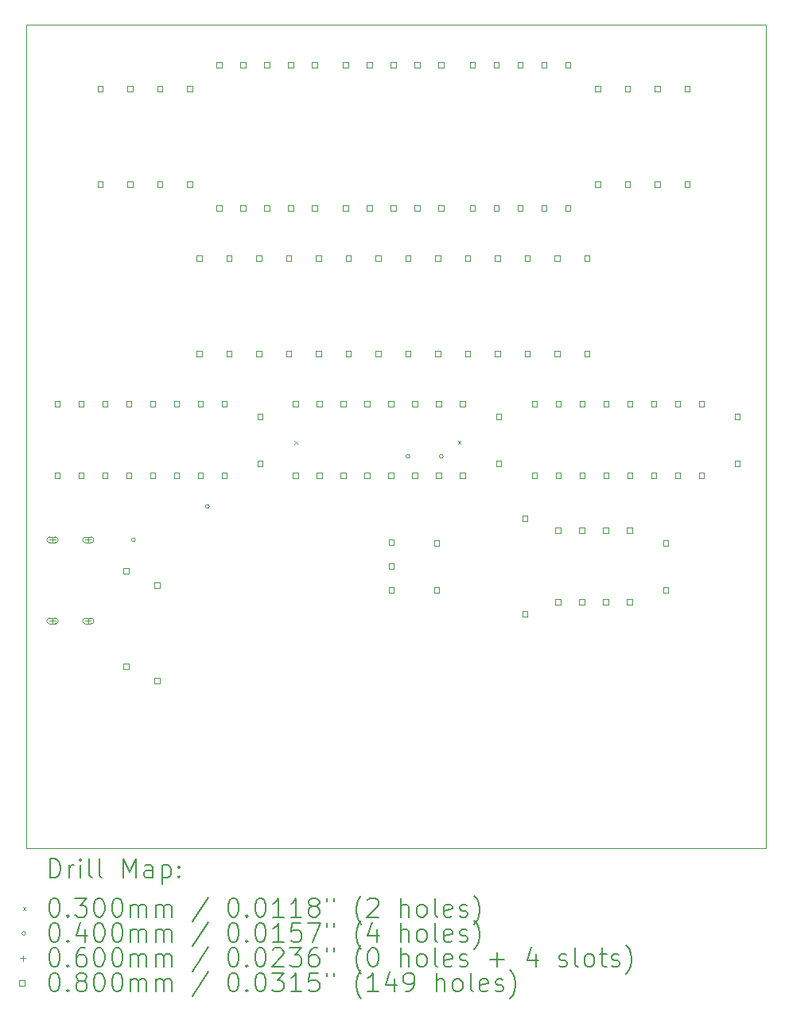
<source format=gbr>
%TF.GenerationSoftware,KiCad,Pcbnew,7.0.10*%
%TF.CreationDate,2024-02-08T16:53:14+11:00*%
%TF.ProjectId,Desktop Thermometer USB-C,4465736b-746f-4702-9054-6865726d6f6d,rev?*%
%TF.SameCoordinates,Original*%
%TF.FileFunction,Drillmap*%
%TF.FilePolarity,Positive*%
%FSLAX45Y45*%
G04 Gerber Fmt 4.5, Leading zero omitted, Abs format (unit mm)*
G04 Created by KiCad (PCBNEW 7.0.10) date 2024-02-08 16:53:14*
%MOMM*%
%LPD*%
G01*
G04 APERTURE LIST*
%ADD10C,0.100000*%
%ADD11C,0.200000*%
G04 APERTURE END LIST*
D10*
X9829800Y-4800600D02*
X17703800Y-4800600D01*
X17703800Y-13563600D01*
X9829800Y-13563600D01*
X9829800Y-4800600D01*
D11*
D10*
X12687000Y-9234000D02*
X12717000Y-9264000D01*
X12717000Y-9234000D02*
X12687000Y-9264000D01*
X14427000Y-9236000D02*
X14457000Y-9266000D01*
X14457000Y-9236000D02*
X14427000Y-9266000D01*
X10992800Y-10287000D02*
G75*
G03*
X10952800Y-10287000I-20000J0D01*
G01*
X10952800Y-10287000D02*
G75*
G03*
X10992800Y-10287000I20000J0D01*
G01*
X11780200Y-9931400D02*
G75*
G03*
X11740200Y-9931400I-20000J0D01*
G01*
X11740200Y-9931400D02*
G75*
G03*
X11780200Y-9931400I20000J0D01*
G01*
X13913800Y-9398000D02*
G75*
G03*
X13873800Y-9398000I-20000J0D01*
G01*
X13873800Y-9398000D02*
G75*
G03*
X13913800Y-9398000I20000J0D01*
G01*
X14269400Y-9398000D02*
G75*
G03*
X14229400Y-9398000I-20000J0D01*
G01*
X14229400Y-9398000D02*
G75*
G03*
X14269400Y-9398000I20000J0D01*
G01*
X10111000Y-10255000D02*
X10111000Y-10315000D01*
X10081000Y-10285000D02*
X10141000Y-10285000D01*
X10081000Y-10315000D02*
X10141000Y-10315000D01*
X10141000Y-10315000D02*
G75*
G03*
X10141000Y-10255000I0J30000D01*
G01*
X10141000Y-10255000D02*
X10081000Y-10255000D01*
X10081000Y-10255000D02*
G75*
G03*
X10081000Y-10315000I0J-30000D01*
G01*
X10111000Y-11119000D02*
X10111000Y-11179000D01*
X10081000Y-11149000D02*
X10141000Y-11149000D01*
X10081000Y-11179000D02*
X10141000Y-11179000D01*
X10141000Y-11179000D02*
G75*
G03*
X10141000Y-11119000I0J30000D01*
G01*
X10141000Y-11119000D02*
X10081000Y-11119000D01*
X10081000Y-11119000D02*
G75*
G03*
X10081000Y-11179000I0J-30000D01*
G01*
X10491000Y-10255000D02*
X10491000Y-10315000D01*
X10461000Y-10285000D02*
X10521000Y-10285000D01*
X10461000Y-10315000D02*
X10521000Y-10315000D01*
X10521000Y-10315000D02*
G75*
G03*
X10521000Y-10255000I0J30000D01*
G01*
X10521000Y-10255000D02*
X10461000Y-10255000D01*
X10461000Y-10255000D02*
G75*
G03*
X10461000Y-10315000I0J-30000D01*
G01*
X10491000Y-11119000D02*
X10491000Y-11179000D01*
X10461000Y-11149000D02*
X10521000Y-11149000D01*
X10461000Y-11179000D02*
X10521000Y-11179000D01*
X10521000Y-11179000D02*
G75*
G03*
X10521000Y-11119000I0J30000D01*
G01*
X10521000Y-11119000D02*
X10461000Y-11119000D01*
X10461000Y-11119000D02*
G75*
G03*
X10461000Y-11179000I0J-30000D01*
G01*
X10189785Y-8868985D02*
X10189785Y-8812416D01*
X10133216Y-8812416D01*
X10133216Y-8868985D01*
X10189785Y-8868985D01*
X10189785Y-9630985D02*
X10189785Y-9574416D01*
X10133216Y-9574416D01*
X10133216Y-9630985D01*
X10189785Y-9630985D01*
X10443785Y-8868985D02*
X10443785Y-8812416D01*
X10387216Y-8812416D01*
X10387216Y-8868985D01*
X10443785Y-8868985D01*
X10443785Y-9630985D02*
X10443785Y-9574416D01*
X10387216Y-9574416D01*
X10387216Y-9630985D01*
X10443785Y-9630985D01*
X10646985Y-5516185D02*
X10646985Y-5459616D01*
X10590416Y-5459616D01*
X10590416Y-5516185D01*
X10646985Y-5516185D01*
X10646985Y-6532184D02*
X10646985Y-6475615D01*
X10590416Y-6475615D01*
X10590416Y-6532184D01*
X10646985Y-6532184D01*
X10697785Y-8868985D02*
X10697785Y-8812416D01*
X10641216Y-8812416D01*
X10641216Y-8868985D01*
X10697785Y-8868985D01*
X10697785Y-9630985D02*
X10697785Y-9574416D01*
X10641216Y-9574416D01*
X10641216Y-9630985D01*
X10697785Y-9630985D01*
X10924885Y-10645485D02*
X10924885Y-10588916D01*
X10868316Y-10588916D01*
X10868316Y-10645485D01*
X10924885Y-10645485D01*
X10924885Y-11661484D02*
X10924885Y-11604915D01*
X10868316Y-11604915D01*
X10868316Y-11661484D01*
X10924885Y-11661484D01*
X10951785Y-8868985D02*
X10951785Y-8812416D01*
X10895216Y-8812416D01*
X10895216Y-8868985D01*
X10951785Y-8868985D01*
X10951785Y-9630985D02*
X10951785Y-9574416D01*
X10895216Y-9574416D01*
X10895216Y-9630985D01*
X10951785Y-9630985D01*
X10964485Y-5516185D02*
X10964485Y-5459616D01*
X10907916Y-5459616D01*
X10907916Y-5516185D01*
X10964485Y-5516185D01*
X10964485Y-6532184D02*
X10964485Y-6475615D01*
X10907916Y-6475615D01*
X10907916Y-6532184D01*
X10964485Y-6532184D01*
X11205784Y-8868985D02*
X11205784Y-8812416D01*
X11149216Y-8812416D01*
X11149216Y-8868985D01*
X11205784Y-8868985D01*
X11205784Y-9630985D02*
X11205784Y-9574416D01*
X11149216Y-9574416D01*
X11149216Y-9630985D01*
X11205784Y-9630985D01*
X11255084Y-10797885D02*
X11255084Y-10741316D01*
X11198515Y-10741316D01*
X11198515Y-10797885D01*
X11255084Y-10797885D01*
X11255084Y-11813884D02*
X11255084Y-11757315D01*
X11198515Y-11757315D01*
X11198515Y-11813884D01*
X11255084Y-11813884D01*
X11281984Y-5516185D02*
X11281984Y-5459616D01*
X11225415Y-5459616D01*
X11225415Y-5516185D01*
X11281984Y-5516185D01*
X11281984Y-6532184D02*
X11281984Y-6475615D01*
X11225415Y-6475615D01*
X11225415Y-6532184D01*
X11281984Y-6532184D01*
X11459784Y-8868985D02*
X11459784Y-8812416D01*
X11403215Y-8812416D01*
X11403215Y-8868985D01*
X11459784Y-8868985D01*
X11459784Y-9630985D02*
X11459784Y-9574416D01*
X11403215Y-9574416D01*
X11403215Y-9630985D01*
X11459784Y-9630985D01*
X11599484Y-5516185D02*
X11599484Y-5459616D01*
X11542915Y-5459616D01*
X11542915Y-5516185D01*
X11599484Y-5516185D01*
X11599484Y-6532184D02*
X11599484Y-6475615D01*
X11542915Y-6475615D01*
X11542915Y-6532184D01*
X11599484Y-6532184D01*
X11701084Y-7319584D02*
X11701084Y-7263015D01*
X11644515Y-7263015D01*
X11644515Y-7319584D01*
X11701084Y-7319584D01*
X11701084Y-8335584D02*
X11701084Y-8279015D01*
X11644515Y-8279015D01*
X11644515Y-8335584D01*
X11701084Y-8335584D01*
X11713784Y-8868985D02*
X11713784Y-8812416D01*
X11657215Y-8812416D01*
X11657215Y-8868985D01*
X11713784Y-8868985D01*
X11713784Y-9630985D02*
X11713784Y-9574416D01*
X11657215Y-9574416D01*
X11657215Y-9630985D01*
X11713784Y-9630985D01*
X11916184Y-5262185D02*
X11916184Y-5205616D01*
X11859615Y-5205616D01*
X11859615Y-5262185D01*
X11916184Y-5262185D01*
X11916184Y-6786184D02*
X11916184Y-6729615D01*
X11859615Y-6729615D01*
X11859615Y-6786184D01*
X11916184Y-6786184D01*
X11967784Y-8868985D02*
X11967784Y-8812416D01*
X11911215Y-8812416D01*
X11911215Y-8868985D01*
X11967784Y-8868985D01*
X11967784Y-9630985D02*
X11967784Y-9574416D01*
X11911215Y-9574416D01*
X11911215Y-9630985D01*
X11967784Y-9630985D01*
X12018584Y-7319584D02*
X12018584Y-7263015D01*
X11962015Y-7263015D01*
X11962015Y-7319584D01*
X12018584Y-7319584D01*
X12018584Y-8335584D02*
X12018584Y-8279015D01*
X11962015Y-8279015D01*
X11962015Y-8335584D01*
X12018584Y-8335584D01*
X12170184Y-5262185D02*
X12170184Y-5205616D01*
X12113615Y-5205616D01*
X12113615Y-5262185D01*
X12170184Y-5262185D01*
X12170184Y-6786184D02*
X12170184Y-6729615D01*
X12113615Y-6729615D01*
X12113615Y-6786184D01*
X12170184Y-6786184D01*
X12336084Y-7319584D02*
X12336084Y-7263015D01*
X12279515Y-7263015D01*
X12279515Y-7319584D01*
X12336084Y-7319584D01*
X12336084Y-8335584D02*
X12336084Y-8279015D01*
X12279515Y-8279015D01*
X12279515Y-8335584D01*
X12336084Y-8335584D01*
X12348784Y-8999985D02*
X12348784Y-8943416D01*
X12292215Y-8943416D01*
X12292215Y-8999985D01*
X12348784Y-8999985D01*
X12348784Y-9499985D02*
X12348784Y-9443416D01*
X12292215Y-9443416D01*
X12292215Y-9499985D01*
X12348784Y-9499985D01*
X12424184Y-5262185D02*
X12424184Y-5205616D01*
X12367615Y-5205616D01*
X12367615Y-5262185D01*
X12424184Y-5262185D01*
X12424184Y-6786184D02*
X12424184Y-6729615D01*
X12367615Y-6729615D01*
X12367615Y-6786184D01*
X12424184Y-6786184D01*
X12653584Y-7319584D02*
X12653584Y-7263015D01*
X12597015Y-7263015D01*
X12597015Y-7319584D01*
X12653584Y-7319584D01*
X12653584Y-8335584D02*
X12653584Y-8279015D01*
X12597015Y-8279015D01*
X12597015Y-8335584D01*
X12653584Y-8335584D01*
X12678184Y-5262185D02*
X12678184Y-5205616D01*
X12621615Y-5205616D01*
X12621615Y-5262185D01*
X12678184Y-5262185D01*
X12678184Y-6786184D02*
X12678184Y-6729615D01*
X12621615Y-6729615D01*
X12621615Y-6786184D01*
X12678184Y-6786184D01*
X12728284Y-8867485D02*
X12728284Y-8810916D01*
X12671715Y-8810916D01*
X12671715Y-8867485D01*
X12728284Y-8867485D01*
X12728284Y-9629485D02*
X12728284Y-9572916D01*
X12671715Y-9572916D01*
X12671715Y-9629485D01*
X12728284Y-9629485D01*
X12932184Y-5262185D02*
X12932184Y-5205616D01*
X12875615Y-5205616D01*
X12875615Y-5262185D01*
X12932184Y-5262185D01*
X12932184Y-6786184D02*
X12932184Y-6729615D01*
X12875615Y-6729615D01*
X12875615Y-6786184D01*
X12932184Y-6786184D01*
X12971084Y-7319584D02*
X12971084Y-7263015D01*
X12914515Y-7263015D01*
X12914515Y-7319584D01*
X12971084Y-7319584D01*
X12971084Y-8335584D02*
X12971084Y-8279015D01*
X12914515Y-8279015D01*
X12914515Y-8335584D01*
X12971084Y-8335584D01*
X12982284Y-8867485D02*
X12982284Y-8810916D01*
X12925715Y-8810916D01*
X12925715Y-8867485D01*
X12982284Y-8867485D01*
X12982284Y-9629485D02*
X12982284Y-9572916D01*
X12925715Y-9572916D01*
X12925715Y-9629485D01*
X12982284Y-9629485D01*
X13236284Y-8867485D02*
X13236284Y-8810916D01*
X13179715Y-8810916D01*
X13179715Y-8867485D01*
X13236284Y-8867485D01*
X13236284Y-9629485D02*
X13236284Y-9572916D01*
X13179715Y-9572916D01*
X13179715Y-9629485D01*
X13236284Y-9629485D01*
X13262384Y-5262185D02*
X13262384Y-5205616D01*
X13205815Y-5205616D01*
X13205815Y-5262185D01*
X13262384Y-5262185D01*
X13262384Y-6786184D02*
X13262384Y-6729615D01*
X13205815Y-6729615D01*
X13205815Y-6786184D01*
X13262384Y-6786184D01*
X13288584Y-7319584D02*
X13288584Y-7263015D01*
X13232015Y-7263015D01*
X13232015Y-7319584D01*
X13288584Y-7319584D01*
X13288584Y-8335584D02*
X13288584Y-8279015D01*
X13232015Y-8279015D01*
X13232015Y-8335584D01*
X13288584Y-8335584D01*
X13490284Y-8867485D02*
X13490284Y-8810916D01*
X13433715Y-8810916D01*
X13433715Y-8867485D01*
X13490284Y-8867485D01*
X13490284Y-9629485D02*
X13490284Y-9572916D01*
X13433715Y-9572916D01*
X13433715Y-9629485D01*
X13490284Y-9629485D01*
X13516384Y-5262185D02*
X13516384Y-5205616D01*
X13459815Y-5205616D01*
X13459815Y-5262185D01*
X13516384Y-5262185D01*
X13516384Y-6786184D02*
X13516384Y-6729615D01*
X13459815Y-6729615D01*
X13459815Y-6786184D01*
X13516384Y-6786184D01*
X13606084Y-7319584D02*
X13606084Y-7263015D01*
X13549515Y-7263015D01*
X13549515Y-7319584D01*
X13606084Y-7319584D01*
X13606084Y-8335584D02*
X13606084Y-8279015D01*
X13549515Y-8279015D01*
X13549515Y-8335584D01*
X13606084Y-8335584D01*
X13744284Y-8867485D02*
X13744284Y-8810916D01*
X13687715Y-8810916D01*
X13687715Y-8867485D01*
X13744284Y-8867485D01*
X13744284Y-9629485D02*
X13744284Y-9572916D01*
X13687715Y-9572916D01*
X13687715Y-9629485D01*
X13744284Y-9629485D01*
X13746384Y-10340685D02*
X13746384Y-10284116D01*
X13689815Y-10284116D01*
X13689815Y-10340685D01*
X13746384Y-10340685D01*
X13746384Y-10594685D02*
X13746384Y-10538116D01*
X13689815Y-10538116D01*
X13689815Y-10594685D01*
X13746384Y-10594685D01*
X13746384Y-10848685D02*
X13746384Y-10792116D01*
X13689815Y-10792116D01*
X13689815Y-10848685D01*
X13746384Y-10848685D01*
X13770384Y-5262185D02*
X13770384Y-5205616D01*
X13713815Y-5205616D01*
X13713815Y-5262185D01*
X13770384Y-5262185D01*
X13770384Y-6786184D02*
X13770384Y-6729615D01*
X13713815Y-6729615D01*
X13713815Y-6786184D01*
X13770384Y-6786184D01*
X13923584Y-7319584D02*
X13923584Y-7263015D01*
X13867015Y-7263015D01*
X13867015Y-7319584D01*
X13923584Y-7319584D01*
X13923584Y-8335584D02*
X13923584Y-8279015D01*
X13867015Y-8279015D01*
X13867015Y-8335584D01*
X13923584Y-8335584D01*
X13998284Y-8867485D02*
X13998284Y-8810916D01*
X13941715Y-8810916D01*
X13941715Y-8867485D01*
X13998284Y-8867485D01*
X13998284Y-9629485D02*
X13998284Y-9572916D01*
X13941715Y-9572916D01*
X13941715Y-9629485D01*
X13998284Y-9629485D01*
X14024384Y-5262185D02*
X14024384Y-5205616D01*
X13967815Y-5205616D01*
X13967815Y-5262185D01*
X14024384Y-5262185D01*
X14024384Y-6786184D02*
X14024384Y-6729615D01*
X13967815Y-6729615D01*
X13967815Y-6786184D01*
X14024384Y-6786184D01*
X14228384Y-10346185D02*
X14228384Y-10289616D01*
X14171815Y-10289616D01*
X14171815Y-10346185D01*
X14228384Y-10346185D01*
X14228384Y-10846185D02*
X14228384Y-10789616D01*
X14171815Y-10789616D01*
X14171815Y-10846185D01*
X14228384Y-10846185D01*
X14241084Y-7319584D02*
X14241084Y-7263015D01*
X14184515Y-7263015D01*
X14184515Y-7319584D01*
X14241084Y-7319584D01*
X14241084Y-8335584D02*
X14241084Y-8279015D01*
X14184515Y-8279015D01*
X14184515Y-8335584D01*
X14241084Y-8335584D01*
X14252284Y-8867485D02*
X14252284Y-8810916D01*
X14195715Y-8810916D01*
X14195715Y-8867485D01*
X14252284Y-8867485D01*
X14252284Y-9629485D02*
X14252284Y-9572916D01*
X14195715Y-9572916D01*
X14195715Y-9629485D01*
X14252284Y-9629485D01*
X14278384Y-5262185D02*
X14278384Y-5205616D01*
X14221815Y-5205616D01*
X14221815Y-5262185D01*
X14278384Y-5262185D01*
X14278384Y-6786184D02*
X14278384Y-6729615D01*
X14221815Y-6729615D01*
X14221815Y-6786184D01*
X14278384Y-6786184D01*
X14506284Y-8867485D02*
X14506284Y-8810916D01*
X14449715Y-8810916D01*
X14449715Y-8867485D01*
X14506284Y-8867485D01*
X14506284Y-9629485D02*
X14506284Y-9572916D01*
X14449715Y-9572916D01*
X14449715Y-9629485D01*
X14506284Y-9629485D01*
X14558584Y-7318084D02*
X14558584Y-7261515D01*
X14502015Y-7261515D01*
X14502015Y-7318084D01*
X14558584Y-7318084D01*
X14558584Y-8334084D02*
X14558584Y-8277515D01*
X14502015Y-8277515D01*
X14502015Y-8334084D01*
X14558584Y-8334084D01*
X14609384Y-5262185D02*
X14609384Y-5205616D01*
X14552815Y-5205616D01*
X14552815Y-5262185D01*
X14609384Y-5262185D01*
X14609384Y-6786184D02*
X14609384Y-6729615D01*
X14552815Y-6729615D01*
X14552815Y-6786184D01*
X14609384Y-6786184D01*
X14863384Y-5262185D02*
X14863384Y-5205616D01*
X14806815Y-5205616D01*
X14806815Y-5262185D01*
X14863384Y-5262185D01*
X14863384Y-6786184D02*
X14863384Y-6729615D01*
X14806815Y-6729615D01*
X14806815Y-6786184D01*
X14863384Y-6786184D01*
X14876084Y-7319584D02*
X14876084Y-7263015D01*
X14819515Y-7263015D01*
X14819515Y-7319584D01*
X14876084Y-7319584D01*
X14876084Y-8335584D02*
X14876084Y-8279015D01*
X14819515Y-8279015D01*
X14819515Y-8335584D01*
X14876084Y-8335584D01*
X14888784Y-8999985D02*
X14888784Y-8943416D01*
X14832215Y-8943416D01*
X14832215Y-8999985D01*
X14888784Y-8999985D01*
X14888784Y-9499985D02*
X14888784Y-9443416D01*
X14832215Y-9443416D01*
X14832215Y-9499985D01*
X14888784Y-9499985D01*
X15117384Y-5262185D02*
X15117384Y-5205616D01*
X15060815Y-5205616D01*
X15060815Y-5262185D01*
X15117384Y-5262185D01*
X15117384Y-6786184D02*
X15117384Y-6729615D01*
X15060815Y-6729615D01*
X15060815Y-6786184D01*
X15117384Y-6786184D01*
X15168184Y-10088185D02*
X15168184Y-10031616D01*
X15111615Y-10031616D01*
X15111615Y-10088185D01*
X15168184Y-10088185D01*
X15168184Y-11104185D02*
X15168184Y-11047616D01*
X15111615Y-11047616D01*
X15111615Y-11104185D01*
X15168184Y-11104185D01*
X15193584Y-7319584D02*
X15193584Y-7263015D01*
X15137015Y-7263015D01*
X15137015Y-7319584D01*
X15193584Y-7319584D01*
X15193584Y-8335584D02*
X15193584Y-8279015D01*
X15137015Y-8279015D01*
X15137015Y-8335584D01*
X15193584Y-8335584D01*
X15269784Y-8868985D02*
X15269784Y-8812416D01*
X15213215Y-8812416D01*
X15213215Y-8868985D01*
X15269784Y-8868985D01*
X15269784Y-9630985D02*
X15269784Y-9574416D01*
X15213215Y-9574416D01*
X15213215Y-9630985D01*
X15269784Y-9630985D01*
X15371384Y-5262185D02*
X15371384Y-5205616D01*
X15314815Y-5205616D01*
X15314815Y-5262185D01*
X15371384Y-5262185D01*
X15371384Y-6786184D02*
X15371384Y-6729615D01*
X15314815Y-6729615D01*
X15314815Y-6786184D01*
X15371384Y-6786184D01*
X15511084Y-7319584D02*
X15511084Y-7263015D01*
X15454515Y-7263015D01*
X15454515Y-7319584D01*
X15511084Y-7319584D01*
X15511084Y-8335584D02*
X15511084Y-8279015D01*
X15454515Y-8279015D01*
X15454515Y-8335584D01*
X15511084Y-8335584D01*
X15522784Y-10213685D02*
X15522784Y-10157116D01*
X15466215Y-10157116D01*
X15466215Y-10213685D01*
X15522784Y-10213685D01*
X15522784Y-10975685D02*
X15522784Y-10919116D01*
X15466215Y-10919116D01*
X15466215Y-10975685D01*
X15522784Y-10975685D01*
X15523784Y-8868985D02*
X15523784Y-8812416D01*
X15467215Y-8812416D01*
X15467215Y-8868985D01*
X15523784Y-8868985D01*
X15523784Y-9630985D02*
X15523784Y-9574416D01*
X15467215Y-9574416D01*
X15467215Y-9630985D01*
X15523784Y-9630985D01*
X15625384Y-5262185D02*
X15625384Y-5205616D01*
X15568815Y-5205616D01*
X15568815Y-5262185D01*
X15625384Y-5262185D01*
X15625384Y-6786184D02*
X15625384Y-6729615D01*
X15568815Y-6729615D01*
X15568815Y-6786184D01*
X15625384Y-6786184D01*
X15776784Y-10213685D02*
X15776784Y-10157116D01*
X15720215Y-10157116D01*
X15720215Y-10213685D01*
X15776784Y-10213685D01*
X15776784Y-10975685D02*
X15776784Y-10919116D01*
X15720215Y-10919116D01*
X15720215Y-10975685D01*
X15776784Y-10975685D01*
X15777784Y-8868985D02*
X15777784Y-8812416D01*
X15721215Y-8812416D01*
X15721215Y-8868985D01*
X15777784Y-8868985D01*
X15777784Y-9630985D02*
X15777784Y-9574416D01*
X15721215Y-9574416D01*
X15721215Y-9630985D01*
X15777784Y-9630985D01*
X15828584Y-7319584D02*
X15828584Y-7263015D01*
X15772015Y-7263015D01*
X15772015Y-7319584D01*
X15828584Y-7319584D01*
X15828584Y-8335584D02*
X15828584Y-8279015D01*
X15772015Y-8279015D01*
X15772015Y-8335584D01*
X15828584Y-8335584D01*
X15942884Y-5516185D02*
X15942884Y-5459616D01*
X15886315Y-5459616D01*
X15886315Y-5516185D01*
X15942884Y-5516185D01*
X15942884Y-6532184D02*
X15942884Y-6475615D01*
X15886315Y-6475615D01*
X15886315Y-6532184D01*
X15942884Y-6532184D01*
X16030784Y-10213685D02*
X16030784Y-10157116D01*
X15974215Y-10157116D01*
X15974215Y-10213685D01*
X16030784Y-10213685D01*
X16030784Y-10975685D02*
X16030784Y-10919116D01*
X15974215Y-10919116D01*
X15974215Y-10975685D01*
X16030784Y-10975685D01*
X16031784Y-8868985D02*
X16031784Y-8812416D01*
X15975215Y-8812416D01*
X15975215Y-8868985D01*
X16031784Y-8868985D01*
X16031784Y-9630985D02*
X16031784Y-9574416D01*
X15975215Y-9574416D01*
X15975215Y-9630985D01*
X16031784Y-9630985D01*
X16260384Y-5516185D02*
X16260384Y-5459616D01*
X16203815Y-5459616D01*
X16203815Y-5516185D01*
X16260384Y-5516185D01*
X16260384Y-6532184D02*
X16260384Y-6475615D01*
X16203815Y-6475615D01*
X16203815Y-6532184D01*
X16260384Y-6532184D01*
X16284784Y-10213685D02*
X16284784Y-10157116D01*
X16228215Y-10157116D01*
X16228215Y-10213685D01*
X16284784Y-10213685D01*
X16284784Y-10975685D02*
X16284784Y-10919116D01*
X16228215Y-10919116D01*
X16228215Y-10975685D01*
X16284784Y-10975685D01*
X16285784Y-8868985D02*
X16285784Y-8812416D01*
X16229215Y-8812416D01*
X16229215Y-8868985D01*
X16285784Y-8868985D01*
X16285784Y-9630985D02*
X16285784Y-9574416D01*
X16229215Y-9574416D01*
X16229215Y-9630985D01*
X16285784Y-9630985D01*
X16539784Y-8868985D02*
X16539784Y-8812416D01*
X16483215Y-8812416D01*
X16483215Y-8868985D01*
X16539784Y-8868985D01*
X16539784Y-9630985D02*
X16539784Y-9574416D01*
X16483215Y-9574416D01*
X16483215Y-9630985D01*
X16539784Y-9630985D01*
X16577884Y-5516185D02*
X16577884Y-5459616D01*
X16521315Y-5459616D01*
X16521315Y-5516185D01*
X16577884Y-5516185D01*
X16577884Y-6532184D02*
X16577884Y-6475615D01*
X16521315Y-6475615D01*
X16521315Y-6532184D01*
X16577884Y-6532184D01*
X16666784Y-10346185D02*
X16666784Y-10289616D01*
X16610215Y-10289616D01*
X16610215Y-10346185D01*
X16666784Y-10346185D01*
X16666784Y-10846185D02*
X16666784Y-10789616D01*
X16610215Y-10789616D01*
X16610215Y-10846185D01*
X16666784Y-10846185D01*
X16793785Y-8868985D02*
X16793785Y-8812416D01*
X16737215Y-8812416D01*
X16737215Y-8868985D01*
X16793785Y-8868985D01*
X16793785Y-9630985D02*
X16793785Y-9574416D01*
X16737215Y-9574416D01*
X16737215Y-9630985D01*
X16793785Y-9630985D01*
X16895385Y-5516185D02*
X16895385Y-5459616D01*
X16838816Y-5459616D01*
X16838816Y-5516185D01*
X16895385Y-5516185D01*
X16895385Y-6532184D02*
X16895385Y-6475615D01*
X16838816Y-6475615D01*
X16838816Y-6532184D01*
X16895385Y-6532184D01*
X17047785Y-8868985D02*
X17047785Y-8812416D01*
X16991216Y-8812416D01*
X16991216Y-8868985D01*
X17047785Y-8868985D01*
X17047785Y-9630985D02*
X17047785Y-9574416D01*
X16991216Y-9574416D01*
X16991216Y-9630985D01*
X17047785Y-9630985D01*
X17428785Y-8999985D02*
X17428785Y-8943416D01*
X17372216Y-8943416D01*
X17372216Y-8999985D01*
X17428785Y-8999985D01*
X17428785Y-9499985D02*
X17428785Y-9443416D01*
X17372216Y-9443416D01*
X17372216Y-9499985D01*
X17428785Y-9499985D01*
D11*
X10085577Y-13880084D02*
X10085577Y-13680084D01*
X10085577Y-13680084D02*
X10133196Y-13680084D01*
X10133196Y-13680084D02*
X10161767Y-13689608D01*
X10161767Y-13689608D02*
X10180815Y-13708655D01*
X10180815Y-13708655D02*
X10190339Y-13727703D01*
X10190339Y-13727703D02*
X10199863Y-13765798D01*
X10199863Y-13765798D02*
X10199863Y-13794369D01*
X10199863Y-13794369D02*
X10190339Y-13832465D01*
X10190339Y-13832465D02*
X10180815Y-13851512D01*
X10180815Y-13851512D02*
X10161767Y-13870560D01*
X10161767Y-13870560D02*
X10133196Y-13880084D01*
X10133196Y-13880084D02*
X10085577Y-13880084D01*
X10285577Y-13880084D02*
X10285577Y-13746750D01*
X10285577Y-13784846D02*
X10295101Y-13765798D01*
X10295101Y-13765798D02*
X10304624Y-13756274D01*
X10304624Y-13756274D02*
X10323672Y-13746750D01*
X10323672Y-13746750D02*
X10342720Y-13746750D01*
X10409386Y-13880084D02*
X10409386Y-13746750D01*
X10409386Y-13680084D02*
X10399863Y-13689608D01*
X10399863Y-13689608D02*
X10409386Y-13699131D01*
X10409386Y-13699131D02*
X10418910Y-13689608D01*
X10418910Y-13689608D02*
X10409386Y-13680084D01*
X10409386Y-13680084D02*
X10409386Y-13699131D01*
X10533196Y-13880084D02*
X10514148Y-13870560D01*
X10514148Y-13870560D02*
X10504624Y-13851512D01*
X10504624Y-13851512D02*
X10504624Y-13680084D01*
X10637958Y-13880084D02*
X10618910Y-13870560D01*
X10618910Y-13870560D02*
X10609386Y-13851512D01*
X10609386Y-13851512D02*
X10609386Y-13680084D01*
X10866529Y-13880084D02*
X10866529Y-13680084D01*
X10866529Y-13680084D02*
X10933196Y-13822941D01*
X10933196Y-13822941D02*
X10999863Y-13680084D01*
X10999863Y-13680084D02*
X10999863Y-13880084D01*
X11180815Y-13880084D02*
X11180815Y-13775322D01*
X11180815Y-13775322D02*
X11171291Y-13756274D01*
X11171291Y-13756274D02*
X11152244Y-13746750D01*
X11152244Y-13746750D02*
X11114148Y-13746750D01*
X11114148Y-13746750D02*
X11095101Y-13756274D01*
X11180815Y-13870560D02*
X11161767Y-13880084D01*
X11161767Y-13880084D02*
X11114148Y-13880084D01*
X11114148Y-13880084D02*
X11095101Y-13870560D01*
X11095101Y-13870560D02*
X11085577Y-13851512D01*
X11085577Y-13851512D02*
X11085577Y-13832465D01*
X11085577Y-13832465D02*
X11095101Y-13813417D01*
X11095101Y-13813417D02*
X11114148Y-13803893D01*
X11114148Y-13803893D02*
X11161767Y-13803893D01*
X11161767Y-13803893D02*
X11180815Y-13794369D01*
X11276053Y-13746750D02*
X11276053Y-13946750D01*
X11276053Y-13756274D02*
X11295101Y-13746750D01*
X11295101Y-13746750D02*
X11333196Y-13746750D01*
X11333196Y-13746750D02*
X11352243Y-13756274D01*
X11352243Y-13756274D02*
X11361767Y-13765798D01*
X11361767Y-13765798D02*
X11371291Y-13784846D01*
X11371291Y-13784846D02*
X11371291Y-13841988D01*
X11371291Y-13841988D02*
X11361767Y-13861036D01*
X11361767Y-13861036D02*
X11352243Y-13870560D01*
X11352243Y-13870560D02*
X11333196Y-13880084D01*
X11333196Y-13880084D02*
X11295101Y-13880084D01*
X11295101Y-13880084D02*
X11276053Y-13870560D01*
X11457005Y-13861036D02*
X11466529Y-13870560D01*
X11466529Y-13870560D02*
X11457005Y-13880084D01*
X11457005Y-13880084D02*
X11447482Y-13870560D01*
X11447482Y-13870560D02*
X11457005Y-13861036D01*
X11457005Y-13861036D02*
X11457005Y-13880084D01*
X11457005Y-13756274D02*
X11466529Y-13765798D01*
X11466529Y-13765798D02*
X11457005Y-13775322D01*
X11457005Y-13775322D02*
X11447482Y-13765798D01*
X11447482Y-13765798D02*
X11457005Y-13756274D01*
X11457005Y-13756274D02*
X11457005Y-13775322D01*
D10*
X9794800Y-14193600D02*
X9824800Y-14223600D01*
X9824800Y-14193600D02*
X9794800Y-14223600D01*
D11*
X10123672Y-14100084D02*
X10142720Y-14100084D01*
X10142720Y-14100084D02*
X10161767Y-14109608D01*
X10161767Y-14109608D02*
X10171291Y-14119131D01*
X10171291Y-14119131D02*
X10180815Y-14138179D01*
X10180815Y-14138179D02*
X10190339Y-14176274D01*
X10190339Y-14176274D02*
X10190339Y-14223893D01*
X10190339Y-14223893D02*
X10180815Y-14261988D01*
X10180815Y-14261988D02*
X10171291Y-14281036D01*
X10171291Y-14281036D02*
X10161767Y-14290560D01*
X10161767Y-14290560D02*
X10142720Y-14300084D01*
X10142720Y-14300084D02*
X10123672Y-14300084D01*
X10123672Y-14300084D02*
X10104624Y-14290560D01*
X10104624Y-14290560D02*
X10095101Y-14281036D01*
X10095101Y-14281036D02*
X10085577Y-14261988D01*
X10085577Y-14261988D02*
X10076053Y-14223893D01*
X10076053Y-14223893D02*
X10076053Y-14176274D01*
X10076053Y-14176274D02*
X10085577Y-14138179D01*
X10085577Y-14138179D02*
X10095101Y-14119131D01*
X10095101Y-14119131D02*
X10104624Y-14109608D01*
X10104624Y-14109608D02*
X10123672Y-14100084D01*
X10276053Y-14281036D02*
X10285577Y-14290560D01*
X10285577Y-14290560D02*
X10276053Y-14300084D01*
X10276053Y-14300084D02*
X10266529Y-14290560D01*
X10266529Y-14290560D02*
X10276053Y-14281036D01*
X10276053Y-14281036D02*
X10276053Y-14300084D01*
X10352244Y-14100084D02*
X10476053Y-14100084D01*
X10476053Y-14100084D02*
X10409386Y-14176274D01*
X10409386Y-14176274D02*
X10437958Y-14176274D01*
X10437958Y-14176274D02*
X10457005Y-14185798D01*
X10457005Y-14185798D02*
X10466529Y-14195322D01*
X10466529Y-14195322D02*
X10476053Y-14214369D01*
X10476053Y-14214369D02*
X10476053Y-14261988D01*
X10476053Y-14261988D02*
X10466529Y-14281036D01*
X10466529Y-14281036D02*
X10457005Y-14290560D01*
X10457005Y-14290560D02*
X10437958Y-14300084D01*
X10437958Y-14300084D02*
X10380815Y-14300084D01*
X10380815Y-14300084D02*
X10361767Y-14290560D01*
X10361767Y-14290560D02*
X10352244Y-14281036D01*
X10599863Y-14100084D02*
X10618910Y-14100084D01*
X10618910Y-14100084D02*
X10637958Y-14109608D01*
X10637958Y-14109608D02*
X10647482Y-14119131D01*
X10647482Y-14119131D02*
X10657005Y-14138179D01*
X10657005Y-14138179D02*
X10666529Y-14176274D01*
X10666529Y-14176274D02*
X10666529Y-14223893D01*
X10666529Y-14223893D02*
X10657005Y-14261988D01*
X10657005Y-14261988D02*
X10647482Y-14281036D01*
X10647482Y-14281036D02*
X10637958Y-14290560D01*
X10637958Y-14290560D02*
X10618910Y-14300084D01*
X10618910Y-14300084D02*
X10599863Y-14300084D01*
X10599863Y-14300084D02*
X10580815Y-14290560D01*
X10580815Y-14290560D02*
X10571291Y-14281036D01*
X10571291Y-14281036D02*
X10561767Y-14261988D01*
X10561767Y-14261988D02*
X10552244Y-14223893D01*
X10552244Y-14223893D02*
X10552244Y-14176274D01*
X10552244Y-14176274D02*
X10561767Y-14138179D01*
X10561767Y-14138179D02*
X10571291Y-14119131D01*
X10571291Y-14119131D02*
X10580815Y-14109608D01*
X10580815Y-14109608D02*
X10599863Y-14100084D01*
X10790339Y-14100084D02*
X10809386Y-14100084D01*
X10809386Y-14100084D02*
X10828434Y-14109608D01*
X10828434Y-14109608D02*
X10837958Y-14119131D01*
X10837958Y-14119131D02*
X10847482Y-14138179D01*
X10847482Y-14138179D02*
X10857005Y-14176274D01*
X10857005Y-14176274D02*
X10857005Y-14223893D01*
X10857005Y-14223893D02*
X10847482Y-14261988D01*
X10847482Y-14261988D02*
X10837958Y-14281036D01*
X10837958Y-14281036D02*
X10828434Y-14290560D01*
X10828434Y-14290560D02*
X10809386Y-14300084D01*
X10809386Y-14300084D02*
X10790339Y-14300084D01*
X10790339Y-14300084D02*
X10771291Y-14290560D01*
X10771291Y-14290560D02*
X10761767Y-14281036D01*
X10761767Y-14281036D02*
X10752244Y-14261988D01*
X10752244Y-14261988D02*
X10742720Y-14223893D01*
X10742720Y-14223893D02*
X10742720Y-14176274D01*
X10742720Y-14176274D02*
X10752244Y-14138179D01*
X10752244Y-14138179D02*
X10761767Y-14119131D01*
X10761767Y-14119131D02*
X10771291Y-14109608D01*
X10771291Y-14109608D02*
X10790339Y-14100084D01*
X10942720Y-14300084D02*
X10942720Y-14166750D01*
X10942720Y-14185798D02*
X10952244Y-14176274D01*
X10952244Y-14176274D02*
X10971291Y-14166750D01*
X10971291Y-14166750D02*
X10999863Y-14166750D01*
X10999863Y-14166750D02*
X11018910Y-14176274D01*
X11018910Y-14176274D02*
X11028434Y-14195322D01*
X11028434Y-14195322D02*
X11028434Y-14300084D01*
X11028434Y-14195322D02*
X11037958Y-14176274D01*
X11037958Y-14176274D02*
X11057005Y-14166750D01*
X11057005Y-14166750D02*
X11085577Y-14166750D01*
X11085577Y-14166750D02*
X11104625Y-14176274D01*
X11104625Y-14176274D02*
X11114148Y-14195322D01*
X11114148Y-14195322D02*
X11114148Y-14300084D01*
X11209386Y-14300084D02*
X11209386Y-14166750D01*
X11209386Y-14185798D02*
X11218910Y-14176274D01*
X11218910Y-14176274D02*
X11237958Y-14166750D01*
X11237958Y-14166750D02*
X11266529Y-14166750D01*
X11266529Y-14166750D02*
X11285577Y-14176274D01*
X11285577Y-14176274D02*
X11295101Y-14195322D01*
X11295101Y-14195322D02*
X11295101Y-14300084D01*
X11295101Y-14195322D02*
X11304624Y-14176274D01*
X11304624Y-14176274D02*
X11323672Y-14166750D01*
X11323672Y-14166750D02*
X11352243Y-14166750D01*
X11352243Y-14166750D02*
X11371291Y-14176274D01*
X11371291Y-14176274D02*
X11380815Y-14195322D01*
X11380815Y-14195322D02*
X11380815Y-14300084D01*
X11771291Y-14090560D02*
X11599863Y-14347703D01*
X12028434Y-14100084D02*
X12047482Y-14100084D01*
X12047482Y-14100084D02*
X12066529Y-14109608D01*
X12066529Y-14109608D02*
X12076053Y-14119131D01*
X12076053Y-14119131D02*
X12085577Y-14138179D01*
X12085577Y-14138179D02*
X12095101Y-14176274D01*
X12095101Y-14176274D02*
X12095101Y-14223893D01*
X12095101Y-14223893D02*
X12085577Y-14261988D01*
X12085577Y-14261988D02*
X12076053Y-14281036D01*
X12076053Y-14281036D02*
X12066529Y-14290560D01*
X12066529Y-14290560D02*
X12047482Y-14300084D01*
X12047482Y-14300084D02*
X12028434Y-14300084D01*
X12028434Y-14300084D02*
X12009386Y-14290560D01*
X12009386Y-14290560D02*
X11999863Y-14281036D01*
X11999863Y-14281036D02*
X11990339Y-14261988D01*
X11990339Y-14261988D02*
X11980815Y-14223893D01*
X11980815Y-14223893D02*
X11980815Y-14176274D01*
X11980815Y-14176274D02*
X11990339Y-14138179D01*
X11990339Y-14138179D02*
X11999863Y-14119131D01*
X11999863Y-14119131D02*
X12009386Y-14109608D01*
X12009386Y-14109608D02*
X12028434Y-14100084D01*
X12180815Y-14281036D02*
X12190339Y-14290560D01*
X12190339Y-14290560D02*
X12180815Y-14300084D01*
X12180815Y-14300084D02*
X12171291Y-14290560D01*
X12171291Y-14290560D02*
X12180815Y-14281036D01*
X12180815Y-14281036D02*
X12180815Y-14300084D01*
X12314148Y-14100084D02*
X12333196Y-14100084D01*
X12333196Y-14100084D02*
X12352244Y-14109608D01*
X12352244Y-14109608D02*
X12361767Y-14119131D01*
X12361767Y-14119131D02*
X12371291Y-14138179D01*
X12371291Y-14138179D02*
X12380815Y-14176274D01*
X12380815Y-14176274D02*
X12380815Y-14223893D01*
X12380815Y-14223893D02*
X12371291Y-14261988D01*
X12371291Y-14261988D02*
X12361767Y-14281036D01*
X12361767Y-14281036D02*
X12352244Y-14290560D01*
X12352244Y-14290560D02*
X12333196Y-14300084D01*
X12333196Y-14300084D02*
X12314148Y-14300084D01*
X12314148Y-14300084D02*
X12295101Y-14290560D01*
X12295101Y-14290560D02*
X12285577Y-14281036D01*
X12285577Y-14281036D02*
X12276053Y-14261988D01*
X12276053Y-14261988D02*
X12266529Y-14223893D01*
X12266529Y-14223893D02*
X12266529Y-14176274D01*
X12266529Y-14176274D02*
X12276053Y-14138179D01*
X12276053Y-14138179D02*
X12285577Y-14119131D01*
X12285577Y-14119131D02*
X12295101Y-14109608D01*
X12295101Y-14109608D02*
X12314148Y-14100084D01*
X12571291Y-14300084D02*
X12457006Y-14300084D01*
X12514148Y-14300084D02*
X12514148Y-14100084D01*
X12514148Y-14100084D02*
X12495101Y-14128655D01*
X12495101Y-14128655D02*
X12476053Y-14147703D01*
X12476053Y-14147703D02*
X12457006Y-14157227D01*
X12761767Y-14300084D02*
X12647482Y-14300084D01*
X12704625Y-14300084D02*
X12704625Y-14100084D01*
X12704625Y-14100084D02*
X12685577Y-14128655D01*
X12685577Y-14128655D02*
X12666529Y-14147703D01*
X12666529Y-14147703D02*
X12647482Y-14157227D01*
X12876053Y-14185798D02*
X12857006Y-14176274D01*
X12857006Y-14176274D02*
X12847482Y-14166750D01*
X12847482Y-14166750D02*
X12837958Y-14147703D01*
X12837958Y-14147703D02*
X12837958Y-14138179D01*
X12837958Y-14138179D02*
X12847482Y-14119131D01*
X12847482Y-14119131D02*
X12857006Y-14109608D01*
X12857006Y-14109608D02*
X12876053Y-14100084D01*
X12876053Y-14100084D02*
X12914148Y-14100084D01*
X12914148Y-14100084D02*
X12933196Y-14109608D01*
X12933196Y-14109608D02*
X12942720Y-14119131D01*
X12942720Y-14119131D02*
X12952244Y-14138179D01*
X12952244Y-14138179D02*
X12952244Y-14147703D01*
X12952244Y-14147703D02*
X12942720Y-14166750D01*
X12942720Y-14166750D02*
X12933196Y-14176274D01*
X12933196Y-14176274D02*
X12914148Y-14185798D01*
X12914148Y-14185798D02*
X12876053Y-14185798D01*
X12876053Y-14185798D02*
X12857006Y-14195322D01*
X12857006Y-14195322D02*
X12847482Y-14204846D01*
X12847482Y-14204846D02*
X12837958Y-14223893D01*
X12837958Y-14223893D02*
X12837958Y-14261988D01*
X12837958Y-14261988D02*
X12847482Y-14281036D01*
X12847482Y-14281036D02*
X12857006Y-14290560D01*
X12857006Y-14290560D02*
X12876053Y-14300084D01*
X12876053Y-14300084D02*
X12914148Y-14300084D01*
X12914148Y-14300084D02*
X12933196Y-14290560D01*
X12933196Y-14290560D02*
X12942720Y-14281036D01*
X12942720Y-14281036D02*
X12952244Y-14261988D01*
X12952244Y-14261988D02*
X12952244Y-14223893D01*
X12952244Y-14223893D02*
X12942720Y-14204846D01*
X12942720Y-14204846D02*
X12933196Y-14195322D01*
X12933196Y-14195322D02*
X12914148Y-14185798D01*
X13028434Y-14100084D02*
X13028434Y-14138179D01*
X13104625Y-14100084D02*
X13104625Y-14138179D01*
X13399863Y-14376274D02*
X13390339Y-14366750D01*
X13390339Y-14366750D02*
X13371291Y-14338179D01*
X13371291Y-14338179D02*
X13361768Y-14319131D01*
X13361768Y-14319131D02*
X13352244Y-14290560D01*
X13352244Y-14290560D02*
X13342720Y-14242941D01*
X13342720Y-14242941D02*
X13342720Y-14204846D01*
X13342720Y-14204846D02*
X13352244Y-14157227D01*
X13352244Y-14157227D02*
X13361768Y-14128655D01*
X13361768Y-14128655D02*
X13371291Y-14109608D01*
X13371291Y-14109608D02*
X13390339Y-14081036D01*
X13390339Y-14081036D02*
X13399863Y-14071512D01*
X13466529Y-14119131D02*
X13476053Y-14109608D01*
X13476053Y-14109608D02*
X13495101Y-14100084D01*
X13495101Y-14100084D02*
X13542720Y-14100084D01*
X13542720Y-14100084D02*
X13561768Y-14109608D01*
X13561768Y-14109608D02*
X13571291Y-14119131D01*
X13571291Y-14119131D02*
X13580815Y-14138179D01*
X13580815Y-14138179D02*
X13580815Y-14157227D01*
X13580815Y-14157227D02*
X13571291Y-14185798D01*
X13571291Y-14185798D02*
X13457006Y-14300084D01*
X13457006Y-14300084D02*
X13580815Y-14300084D01*
X13818910Y-14300084D02*
X13818910Y-14100084D01*
X13904625Y-14300084D02*
X13904625Y-14195322D01*
X13904625Y-14195322D02*
X13895101Y-14176274D01*
X13895101Y-14176274D02*
X13876053Y-14166750D01*
X13876053Y-14166750D02*
X13847482Y-14166750D01*
X13847482Y-14166750D02*
X13828434Y-14176274D01*
X13828434Y-14176274D02*
X13818910Y-14185798D01*
X14028434Y-14300084D02*
X14009387Y-14290560D01*
X14009387Y-14290560D02*
X13999863Y-14281036D01*
X13999863Y-14281036D02*
X13990339Y-14261988D01*
X13990339Y-14261988D02*
X13990339Y-14204846D01*
X13990339Y-14204846D02*
X13999863Y-14185798D01*
X13999863Y-14185798D02*
X14009387Y-14176274D01*
X14009387Y-14176274D02*
X14028434Y-14166750D01*
X14028434Y-14166750D02*
X14057006Y-14166750D01*
X14057006Y-14166750D02*
X14076053Y-14176274D01*
X14076053Y-14176274D02*
X14085577Y-14185798D01*
X14085577Y-14185798D02*
X14095101Y-14204846D01*
X14095101Y-14204846D02*
X14095101Y-14261988D01*
X14095101Y-14261988D02*
X14085577Y-14281036D01*
X14085577Y-14281036D02*
X14076053Y-14290560D01*
X14076053Y-14290560D02*
X14057006Y-14300084D01*
X14057006Y-14300084D02*
X14028434Y-14300084D01*
X14209387Y-14300084D02*
X14190339Y-14290560D01*
X14190339Y-14290560D02*
X14180815Y-14271512D01*
X14180815Y-14271512D02*
X14180815Y-14100084D01*
X14361768Y-14290560D02*
X14342720Y-14300084D01*
X14342720Y-14300084D02*
X14304625Y-14300084D01*
X14304625Y-14300084D02*
X14285577Y-14290560D01*
X14285577Y-14290560D02*
X14276053Y-14271512D01*
X14276053Y-14271512D02*
X14276053Y-14195322D01*
X14276053Y-14195322D02*
X14285577Y-14176274D01*
X14285577Y-14176274D02*
X14304625Y-14166750D01*
X14304625Y-14166750D02*
X14342720Y-14166750D01*
X14342720Y-14166750D02*
X14361768Y-14176274D01*
X14361768Y-14176274D02*
X14371291Y-14195322D01*
X14371291Y-14195322D02*
X14371291Y-14214369D01*
X14371291Y-14214369D02*
X14276053Y-14233417D01*
X14447482Y-14290560D02*
X14466530Y-14300084D01*
X14466530Y-14300084D02*
X14504625Y-14300084D01*
X14504625Y-14300084D02*
X14523672Y-14290560D01*
X14523672Y-14290560D02*
X14533196Y-14271512D01*
X14533196Y-14271512D02*
X14533196Y-14261988D01*
X14533196Y-14261988D02*
X14523672Y-14242941D01*
X14523672Y-14242941D02*
X14504625Y-14233417D01*
X14504625Y-14233417D02*
X14476053Y-14233417D01*
X14476053Y-14233417D02*
X14457006Y-14223893D01*
X14457006Y-14223893D02*
X14447482Y-14204846D01*
X14447482Y-14204846D02*
X14447482Y-14195322D01*
X14447482Y-14195322D02*
X14457006Y-14176274D01*
X14457006Y-14176274D02*
X14476053Y-14166750D01*
X14476053Y-14166750D02*
X14504625Y-14166750D01*
X14504625Y-14166750D02*
X14523672Y-14176274D01*
X14599863Y-14376274D02*
X14609387Y-14366750D01*
X14609387Y-14366750D02*
X14628434Y-14338179D01*
X14628434Y-14338179D02*
X14637958Y-14319131D01*
X14637958Y-14319131D02*
X14647482Y-14290560D01*
X14647482Y-14290560D02*
X14657006Y-14242941D01*
X14657006Y-14242941D02*
X14657006Y-14204846D01*
X14657006Y-14204846D02*
X14647482Y-14157227D01*
X14647482Y-14157227D02*
X14637958Y-14128655D01*
X14637958Y-14128655D02*
X14628434Y-14109608D01*
X14628434Y-14109608D02*
X14609387Y-14081036D01*
X14609387Y-14081036D02*
X14599863Y-14071512D01*
D10*
X9824800Y-14472600D02*
G75*
G03*
X9784800Y-14472600I-20000J0D01*
G01*
X9784800Y-14472600D02*
G75*
G03*
X9824800Y-14472600I20000J0D01*
G01*
D11*
X10123672Y-14364084D02*
X10142720Y-14364084D01*
X10142720Y-14364084D02*
X10161767Y-14373608D01*
X10161767Y-14373608D02*
X10171291Y-14383131D01*
X10171291Y-14383131D02*
X10180815Y-14402179D01*
X10180815Y-14402179D02*
X10190339Y-14440274D01*
X10190339Y-14440274D02*
X10190339Y-14487893D01*
X10190339Y-14487893D02*
X10180815Y-14525988D01*
X10180815Y-14525988D02*
X10171291Y-14545036D01*
X10171291Y-14545036D02*
X10161767Y-14554560D01*
X10161767Y-14554560D02*
X10142720Y-14564084D01*
X10142720Y-14564084D02*
X10123672Y-14564084D01*
X10123672Y-14564084D02*
X10104624Y-14554560D01*
X10104624Y-14554560D02*
X10095101Y-14545036D01*
X10095101Y-14545036D02*
X10085577Y-14525988D01*
X10085577Y-14525988D02*
X10076053Y-14487893D01*
X10076053Y-14487893D02*
X10076053Y-14440274D01*
X10076053Y-14440274D02*
X10085577Y-14402179D01*
X10085577Y-14402179D02*
X10095101Y-14383131D01*
X10095101Y-14383131D02*
X10104624Y-14373608D01*
X10104624Y-14373608D02*
X10123672Y-14364084D01*
X10276053Y-14545036D02*
X10285577Y-14554560D01*
X10285577Y-14554560D02*
X10276053Y-14564084D01*
X10276053Y-14564084D02*
X10266529Y-14554560D01*
X10266529Y-14554560D02*
X10276053Y-14545036D01*
X10276053Y-14545036D02*
X10276053Y-14564084D01*
X10457005Y-14430750D02*
X10457005Y-14564084D01*
X10409386Y-14354560D02*
X10361767Y-14497417D01*
X10361767Y-14497417D02*
X10485577Y-14497417D01*
X10599863Y-14364084D02*
X10618910Y-14364084D01*
X10618910Y-14364084D02*
X10637958Y-14373608D01*
X10637958Y-14373608D02*
X10647482Y-14383131D01*
X10647482Y-14383131D02*
X10657005Y-14402179D01*
X10657005Y-14402179D02*
X10666529Y-14440274D01*
X10666529Y-14440274D02*
X10666529Y-14487893D01*
X10666529Y-14487893D02*
X10657005Y-14525988D01*
X10657005Y-14525988D02*
X10647482Y-14545036D01*
X10647482Y-14545036D02*
X10637958Y-14554560D01*
X10637958Y-14554560D02*
X10618910Y-14564084D01*
X10618910Y-14564084D02*
X10599863Y-14564084D01*
X10599863Y-14564084D02*
X10580815Y-14554560D01*
X10580815Y-14554560D02*
X10571291Y-14545036D01*
X10571291Y-14545036D02*
X10561767Y-14525988D01*
X10561767Y-14525988D02*
X10552244Y-14487893D01*
X10552244Y-14487893D02*
X10552244Y-14440274D01*
X10552244Y-14440274D02*
X10561767Y-14402179D01*
X10561767Y-14402179D02*
X10571291Y-14383131D01*
X10571291Y-14383131D02*
X10580815Y-14373608D01*
X10580815Y-14373608D02*
X10599863Y-14364084D01*
X10790339Y-14364084D02*
X10809386Y-14364084D01*
X10809386Y-14364084D02*
X10828434Y-14373608D01*
X10828434Y-14373608D02*
X10837958Y-14383131D01*
X10837958Y-14383131D02*
X10847482Y-14402179D01*
X10847482Y-14402179D02*
X10857005Y-14440274D01*
X10857005Y-14440274D02*
X10857005Y-14487893D01*
X10857005Y-14487893D02*
X10847482Y-14525988D01*
X10847482Y-14525988D02*
X10837958Y-14545036D01*
X10837958Y-14545036D02*
X10828434Y-14554560D01*
X10828434Y-14554560D02*
X10809386Y-14564084D01*
X10809386Y-14564084D02*
X10790339Y-14564084D01*
X10790339Y-14564084D02*
X10771291Y-14554560D01*
X10771291Y-14554560D02*
X10761767Y-14545036D01*
X10761767Y-14545036D02*
X10752244Y-14525988D01*
X10752244Y-14525988D02*
X10742720Y-14487893D01*
X10742720Y-14487893D02*
X10742720Y-14440274D01*
X10742720Y-14440274D02*
X10752244Y-14402179D01*
X10752244Y-14402179D02*
X10761767Y-14383131D01*
X10761767Y-14383131D02*
X10771291Y-14373608D01*
X10771291Y-14373608D02*
X10790339Y-14364084D01*
X10942720Y-14564084D02*
X10942720Y-14430750D01*
X10942720Y-14449798D02*
X10952244Y-14440274D01*
X10952244Y-14440274D02*
X10971291Y-14430750D01*
X10971291Y-14430750D02*
X10999863Y-14430750D01*
X10999863Y-14430750D02*
X11018910Y-14440274D01*
X11018910Y-14440274D02*
X11028434Y-14459322D01*
X11028434Y-14459322D02*
X11028434Y-14564084D01*
X11028434Y-14459322D02*
X11037958Y-14440274D01*
X11037958Y-14440274D02*
X11057005Y-14430750D01*
X11057005Y-14430750D02*
X11085577Y-14430750D01*
X11085577Y-14430750D02*
X11104625Y-14440274D01*
X11104625Y-14440274D02*
X11114148Y-14459322D01*
X11114148Y-14459322D02*
X11114148Y-14564084D01*
X11209386Y-14564084D02*
X11209386Y-14430750D01*
X11209386Y-14449798D02*
X11218910Y-14440274D01*
X11218910Y-14440274D02*
X11237958Y-14430750D01*
X11237958Y-14430750D02*
X11266529Y-14430750D01*
X11266529Y-14430750D02*
X11285577Y-14440274D01*
X11285577Y-14440274D02*
X11295101Y-14459322D01*
X11295101Y-14459322D02*
X11295101Y-14564084D01*
X11295101Y-14459322D02*
X11304624Y-14440274D01*
X11304624Y-14440274D02*
X11323672Y-14430750D01*
X11323672Y-14430750D02*
X11352243Y-14430750D01*
X11352243Y-14430750D02*
X11371291Y-14440274D01*
X11371291Y-14440274D02*
X11380815Y-14459322D01*
X11380815Y-14459322D02*
X11380815Y-14564084D01*
X11771291Y-14354560D02*
X11599863Y-14611703D01*
X12028434Y-14364084D02*
X12047482Y-14364084D01*
X12047482Y-14364084D02*
X12066529Y-14373608D01*
X12066529Y-14373608D02*
X12076053Y-14383131D01*
X12076053Y-14383131D02*
X12085577Y-14402179D01*
X12085577Y-14402179D02*
X12095101Y-14440274D01*
X12095101Y-14440274D02*
X12095101Y-14487893D01*
X12095101Y-14487893D02*
X12085577Y-14525988D01*
X12085577Y-14525988D02*
X12076053Y-14545036D01*
X12076053Y-14545036D02*
X12066529Y-14554560D01*
X12066529Y-14554560D02*
X12047482Y-14564084D01*
X12047482Y-14564084D02*
X12028434Y-14564084D01*
X12028434Y-14564084D02*
X12009386Y-14554560D01*
X12009386Y-14554560D02*
X11999863Y-14545036D01*
X11999863Y-14545036D02*
X11990339Y-14525988D01*
X11990339Y-14525988D02*
X11980815Y-14487893D01*
X11980815Y-14487893D02*
X11980815Y-14440274D01*
X11980815Y-14440274D02*
X11990339Y-14402179D01*
X11990339Y-14402179D02*
X11999863Y-14383131D01*
X11999863Y-14383131D02*
X12009386Y-14373608D01*
X12009386Y-14373608D02*
X12028434Y-14364084D01*
X12180815Y-14545036D02*
X12190339Y-14554560D01*
X12190339Y-14554560D02*
X12180815Y-14564084D01*
X12180815Y-14564084D02*
X12171291Y-14554560D01*
X12171291Y-14554560D02*
X12180815Y-14545036D01*
X12180815Y-14545036D02*
X12180815Y-14564084D01*
X12314148Y-14364084D02*
X12333196Y-14364084D01*
X12333196Y-14364084D02*
X12352244Y-14373608D01*
X12352244Y-14373608D02*
X12361767Y-14383131D01*
X12361767Y-14383131D02*
X12371291Y-14402179D01*
X12371291Y-14402179D02*
X12380815Y-14440274D01*
X12380815Y-14440274D02*
X12380815Y-14487893D01*
X12380815Y-14487893D02*
X12371291Y-14525988D01*
X12371291Y-14525988D02*
X12361767Y-14545036D01*
X12361767Y-14545036D02*
X12352244Y-14554560D01*
X12352244Y-14554560D02*
X12333196Y-14564084D01*
X12333196Y-14564084D02*
X12314148Y-14564084D01*
X12314148Y-14564084D02*
X12295101Y-14554560D01*
X12295101Y-14554560D02*
X12285577Y-14545036D01*
X12285577Y-14545036D02*
X12276053Y-14525988D01*
X12276053Y-14525988D02*
X12266529Y-14487893D01*
X12266529Y-14487893D02*
X12266529Y-14440274D01*
X12266529Y-14440274D02*
X12276053Y-14402179D01*
X12276053Y-14402179D02*
X12285577Y-14383131D01*
X12285577Y-14383131D02*
X12295101Y-14373608D01*
X12295101Y-14373608D02*
X12314148Y-14364084D01*
X12571291Y-14564084D02*
X12457006Y-14564084D01*
X12514148Y-14564084D02*
X12514148Y-14364084D01*
X12514148Y-14364084D02*
X12495101Y-14392655D01*
X12495101Y-14392655D02*
X12476053Y-14411703D01*
X12476053Y-14411703D02*
X12457006Y-14421227D01*
X12752244Y-14364084D02*
X12657006Y-14364084D01*
X12657006Y-14364084D02*
X12647482Y-14459322D01*
X12647482Y-14459322D02*
X12657006Y-14449798D01*
X12657006Y-14449798D02*
X12676053Y-14440274D01*
X12676053Y-14440274D02*
X12723672Y-14440274D01*
X12723672Y-14440274D02*
X12742720Y-14449798D01*
X12742720Y-14449798D02*
X12752244Y-14459322D01*
X12752244Y-14459322D02*
X12761767Y-14478369D01*
X12761767Y-14478369D02*
X12761767Y-14525988D01*
X12761767Y-14525988D02*
X12752244Y-14545036D01*
X12752244Y-14545036D02*
X12742720Y-14554560D01*
X12742720Y-14554560D02*
X12723672Y-14564084D01*
X12723672Y-14564084D02*
X12676053Y-14564084D01*
X12676053Y-14564084D02*
X12657006Y-14554560D01*
X12657006Y-14554560D02*
X12647482Y-14545036D01*
X12828434Y-14364084D02*
X12961767Y-14364084D01*
X12961767Y-14364084D02*
X12876053Y-14564084D01*
X13028434Y-14364084D02*
X13028434Y-14402179D01*
X13104625Y-14364084D02*
X13104625Y-14402179D01*
X13399863Y-14640274D02*
X13390339Y-14630750D01*
X13390339Y-14630750D02*
X13371291Y-14602179D01*
X13371291Y-14602179D02*
X13361768Y-14583131D01*
X13361768Y-14583131D02*
X13352244Y-14554560D01*
X13352244Y-14554560D02*
X13342720Y-14506941D01*
X13342720Y-14506941D02*
X13342720Y-14468846D01*
X13342720Y-14468846D02*
X13352244Y-14421227D01*
X13352244Y-14421227D02*
X13361768Y-14392655D01*
X13361768Y-14392655D02*
X13371291Y-14373608D01*
X13371291Y-14373608D02*
X13390339Y-14345036D01*
X13390339Y-14345036D02*
X13399863Y-14335512D01*
X13561768Y-14430750D02*
X13561768Y-14564084D01*
X13514148Y-14354560D02*
X13466529Y-14497417D01*
X13466529Y-14497417D02*
X13590339Y-14497417D01*
X13818910Y-14564084D02*
X13818910Y-14364084D01*
X13904625Y-14564084D02*
X13904625Y-14459322D01*
X13904625Y-14459322D02*
X13895101Y-14440274D01*
X13895101Y-14440274D02*
X13876053Y-14430750D01*
X13876053Y-14430750D02*
X13847482Y-14430750D01*
X13847482Y-14430750D02*
X13828434Y-14440274D01*
X13828434Y-14440274D02*
X13818910Y-14449798D01*
X14028434Y-14564084D02*
X14009387Y-14554560D01*
X14009387Y-14554560D02*
X13999863Y-14545036D01*
X13999863Y-14545036D02*
X13990339Y-14525988D01*
X13990339Y-14525988D02*
X13990339Y-14468846D01*
X13990339Y-14468846D02*
X13999863Y-14449798D01*
X13999863Y-14449798D02*
X14009387Y-14440274D01*
X14009387Y-14440274D02*
X14028434Y-14430750D01*
X14028434Y-14430750D02*
X14057006Y-14430750D01*
X14057006Y-14430750D02*
X14076053Y-14440274D01*
X14076053Y-14440274D02*
X14085577Y-14449798D01*
X14085577Y-14449798D02*
X14095101Y-14468846D01*
X14095101Y-14468846D02*
X14095101Y-14525988D01*
X14095101Y-14525988D02*
X14085577Y-14545036D01*
X14085577Y-14545036D02*
X14076053Y-14554560D01*
X14076053Y-14554560D02*
X14057006Y-14564084D01*
X14057006Y-14564084D02*
X14028434Y-14564084D01*
X14209387Y-14564084D02*
X14190339Y-14554560D01*
X14190339Y-14554560D02*
X14180815Y-14535512D01*
X14180815Y-14535512D02*
X14180815Y-14364084D01*
X14361768Y-14554560D02*
X14342720Y-14564084D01*
X14342720Y-14564084D02*
X14304625Y-14564084D01*
X14304625Y-14564084D02*
X14285577Y-14554560D01*
X14285577Y-14554560D02*
X14276053Y-14535512D01*
X14276053Y-14535512D02*
X14276053Y-14459322D01*
X14276053Y-14459322D02*
X14285577Y-14440274D01*
X14285577Y-14440274D02*
X14304625Y-14430750D01*
X14304625Y-14430750D02*
X14342720Y-14430750D01*
X14342720Y-14430750D02*
X14361768Y-14440274D01*
X14361768Y-14440274D02*
X14371291Y-14459322D01*
X14371291Y-14459322D02*
X14371291Y-14478369D01*
X14371291Y-14478369D02*
X14276053Y-14497417D01*
X14447482Y-14554560D02*
X14466530Y-14564084D01*
X14466530Y-14564084D02*
X14504625Y-14564084D01*
X14504625Y-14564084D02*
X14523672Y-14554560D01*
X14523672Y-14554560D02*
X14533196Y-14535512D01*
X14533196Y-14535512D02*
X14533196Y-14525988D01*
X14533196Y-14525988D02*
X14523672Y-14506941D01*
X14523672Y-14506941D02*
X14504625Y-14497417D01*
X14504625Y-14497417D02*
X14476053Y-14497417D01*
X14476053Y-14497417D02*
X14457006Y-14487893D01*
X14457006Y-14487893D02*
X14447482Y-14468846D01*
X14447482Y-14468846D02*
X14447482Y-14459322D01*
X14447482Y-14459322D02*
X14457006Y-14440274D01*
X14457006Y-14440274D02*
X14476053Y-14430750D01*
X14476053Y-14430750D02*
X14504625Y-14430750D01*
X14504625Y-14430750D02*
X14523672Y-14440274D01*
X14599863Y-14640274D02*
X14609387Y-14630750D01*
X14609387Y-14630750D02*
X14628434Y-14602179D01*
X14628434Y-14602179D02*
X14637958Y-14583131D01*
X14637958Y-14583131D02*
X14647482Y-14554560D01*
X14647482Y-14554560D02*
X14657006Y-14506941D01*
X14657006Y-14506941D02*
X14657006Y-14468846D01*
X14657006Y-14468846D02*
X14647482Y-14421227D01*
X14647482Y-14421227D02*
X14637958Y-14392655D01*
X14637958Y-14392655D02*
X14628434Y-14373608D01*
X14628434Y-14373608D02*
X14609387Y-14345036D01*
X14609387Y-14345036D02*
X14599863Y-14335512D01*
D10*
X9794800Y-14706600D02*
X9794800Y-14766600D01*
X9764800Y-14736600D02*
X9824800Y-14736600D01*
D11*
X10123672Y-14628084D02*
X10142720Y-14628084D01*
X10142720Y-14628084D02*
X10161767Y-14637608D01*
X10161767Y-14637608D02*
X10171291Y-14647131D01*
X10171291Y-14647131D02*
X10180815Y-14666179D01*
X10180815Y-14666179D02*
X10190339Y-14704274D01*
X10190339Y-14704274D02*
X10190339Y-14751893D01*
X10190339Y-14751893D02*
X10180815Y-14789988D01*
X10180815Y-14789988D02*
X10171291Y-14809036D01*
X10171291Y-14809036D02*
X10161767Y-14818560D01*
X10161767Y-14818560D02*
X10142720Y-14828084D01*
X10142720Y-14828084D02*
X10123672Y-14828084D01*
X10123672Y-14828084D02*
X10104624Y-14818560D01*
X10104624Y-14818560D02*
X10095101Y-14809036D01*
X10095101Y-14809036D02*
X10085577Y-14789988D01*
X10085577Y-14789988D02*
X10076053Y-14751893D01*
X10076053Y-14751893D02*
X10076053Y-14704274D01*
X10076053Y-14704274D02*
X10085577Y-14666179D01*
X10085577Y-14666179D02*
X10095101Y-14647131D01*
X10095101Y-14647131D02*
X10104624Y-14637608D01*
X10104624Y-14637608D02*
X10123672Y-14628084D01*
X10276053Y-14809036D02*
X10285577Y-14818560D01*
X10285577Y-14818560D02*
X10276053Y-14828084D01*
X10276053Y-14828084D02*
X10266529Y-14818560D01*
X10266529Y-14818560D02*
X10276053Y-14809036D01*
X10276053Y-14809036D02*
X10276053Y-14828084D01*
X10457005Y-14628084D02*
X10418910Y-14628084D01*
X10418910Y-14628084D02*
X10399863Y-14637608D01*
X10399863Y-14637608D02*
X10390339Y-14647131D01*
X10390339Y-14647131D02*
X10371291Y-14675703D01*
X10371291Y-14675703D02*
X10361767Y-14713798D01*
X10361767Y-14713798D02*
X10361767Y-14789988D01*
X10361767Y-14789988D02*
X10371291Y-14809036D01*
X10371291Y-14809036D02*
X10380815Y-14818560D01*
X10380815Y-14818560D02*
X10399863Y-14828084D01*
X10399863Y-14828084D02*
X10437958Y-14828084D01*
X10437958Y-14828084D02*
X10457005Y-14818560D01*
X10457005Y-14818560D02*
X10466529Y-14809036D01*
X10466529Y-14809036D02*
X10476053Y-14789988D01*
X10476053Y-14789988D02*
X10476053Y-14742369D01*
X10476053Y-14742369D02*
X10466529Y-14723322D01*
X10466529Y-14723322D02*
X10457005Y-14713798D01*
X10457005Y-14713798D02*
X10437958Y-14704274D01*
X10437958Y-14704274D02*
X10399863Y-14704274D01*
X10399863Y-14704274D02*
X10380815Y-14713798D01*
X10380815Y-14713798D02*
X10371291Y-14723322D01*
X10371291Y-14723322D02*
X10361767Y-14742369D01*
X10599863Y-14628084D02*
X10618910Y-14628084D01*
X10618910Y-14628084D02*
X10637958Y-14637608D01*
X10637958Y-14637608D02*
X10647482Y-14647131D01*
X10647482Y-14647131D02*
X10657005Y-14666179D01*
X10657005Y-14666179D02*
X10666529Y-14704274D01*
X10666529Y-14704274D02*
X10666529Y-14751893D01*
X10666529Y-14751893D02*
X10657005Y-14789988D01*
X10657005Y-14789988D02*
X10647482Y-14809036D01*
X10647482Y-14809036D02*
X10637958Y-14818560D01*
X10637958Y-14818560D02*
X10618910Y-14828084D01*
X10618910Y-14828084D02*
X10599863Y-14828084D01*
X10599863Y-14828084D02*
X10580815Y-14818560D01*
X10580815Y-14818560D02*
X10571291Y-14809036D01*
X10571291Y-14809036D02*
X10561767Y-14789988D01*
X10561767Y-14789988D02*
X10552244Y-14751893D01*
X10552244Y-14751893D02*
X10552244Y-14704274D01*
X10552244Y-14704274D02*
X10561767Y-14666179D01*
X10561767Y-14666179D02*
X10571291Y-14647131D01*
X10571291Y-14647131D02*
X10580815Y-14637608D01*
X10580815Y-14637608D02*
X10599863Y-14628084D01*
X10790339Y-14628084D02*
X10809386Y-14628084D01*
X10809386Y-14628084D02*
X10828434Y-14637608D01*
X10828434Y-14637608D02*
X10837958Y-14647131D01*
X10837958Y-14647131D02*
X10847482Y-14666179D01*
X10847482Y-14666179D02*
X10857005Y-14704274D01*
X10857005Y-14704274D02*
X10857005Y-14751893D01*
X10857005Y-14751893D02*
X10847482Y-14789988D01*
X10847482Y-14789988D02*
X10837958Y-14809036D01*
X10837958Y-14809036D02*
X10828434Y-14818560D01*
X10828434Y-14818560D02*
X10809386Y-14828084D01*
X10809386Y-14828084D02*
X10790339Y-14828084D01*
X10790339Y-14828084D02*
X10771291Y-14818560D01*
X10771291Y-14818560D02*
X10761767Y-14809036D01*
X10761767Y-14809036D02*
X10752244Y-14789988D01*
X10752244Y-14789988D02*
X10742720Y-14751893D01*
X10742720Y-14751893D02*
X10742720Y-14704274D01*
X10742720Y-14704274D02*
X10752244Y-14666179D01*
X10752244Y-14666179D02*
X10761767Y-14647131D01*
X10761767Y-14647131D02*
X10771291Y-14637608D01*
X10771291Y-14637608D02*
X10790339Y-14628084D01*
X10942720Y-14828084D02*
X10942720Y-14694750D01*
X10942720Y-14713798D02*
X10952244Y-14704274D01*
X10952244Y-14704274D02*
X10971291Y-14694750D01*
X10971291Y-14694750D02*
X10999863Y-14694750D01*
X10999863Y-14694750D02*
X11018910Y-14704274D01*
X11018910Y-14704274D02*
X11028434Y-14723322D01*
X11028434Y-14723322D02*
X11028434Y-14828084D01*
X11028434Y-14723322D02*
X11037958Y-14704274D01*
X11037958Y-14704274D02*
X11057005Y-14694750D01*
X11057005Y-14694750D02*
X11085577Y-14694750D01*
X11085577Y-14694750D02*
X11104625Y-14704274D01*
X11104625Y-14704274D02*
X11114148Y-14723322D01*
X11114148Y-14723322D02*
X11114148Y-14828084D01*
X11209386Y-14828084D02*
X11209386Y-14694750D01*
X11209386Y-14713798D02*
X11218910Y-14704274D01*
X11218910Y-14704274D02*
X11237958Y-14694750D01*
X11237958Y-14694750D02*
X11266529Y-14694750D01*
X11266529Y-14694750D02*
X11285577Y-14704274D01*
X11285577Y-14704274D02*
X11295101Y-14723322D01*
X11295101Y-14723322D02*
X11295101Y-14828084D01*
X11295101Y-14723322D02*
X11304624Y-14704274D01*
X11304624Y-14704274D02*
X11323672Y-14694750D01*
X11323672Y-14694750D02*
X11352243Y-14694750D01*
X11352243Y-14694750D02*
X11371291Y-14704274D01*
X11371291Y-14704274D02*
X11380815Y-14723322D01*
X11380815Y-14723322D02*
X11380815Y-14828084D01*
X11771291Y-14618560D02*
X11599863Y-14875703D01*
X12028434Y-14628084D02*
X12047482Y-14628084D01*
X12047482Y-14628084D02*
X12066529Y-14637608D01*
X12066529Y-14637608D02*
X12076053Y-14647131D01*
X12076053Y-14647131D02*
X12085577Y-14666179D01*
X12085577Y-14666179D02*
X12095101Y-14704274D01*
X12095101Y-14704274D02*
X12095101Y-14751893D01*
X12095101Y-14751893D02*
X12085577Y-14789988D01*
X12085577Y-14789988D02*
X12076053Y-14809036D01*
X12076053Y-14809036D02*
X12066529Y-14818560D01*
X12066529Y-14818560D02*
X12047482Y-14828084D01*
X12047482Y-14828084D02*
X12028434Y-14828084D01*
X12028434Y-14828084D02*
X12009386Y-14818560D01*
X12009386Y-14818560D02*
X11999863Y-14809036D01*
X11999863Y-14809036D02*
X11990339Y-14789988D01*
X11990339Y-14789988D02*
X11980815Y-14751893D01*
X11980815Y-14751893D02*
X11980815Y-14704274D01*
X11980815Y-14704274D02*
X11990339Y-14666179D01*
X11990339Y-14666179D02*
X11999863Y-14647131D01*
X11999863Y-14647131D02*
X12009386Y-14637608D01*
X12009386Y-14637608D02*
X12028434Y-14628084D01*
X12180815Y-14809036D02*
X12190339Y-14818560D01*
X12190339Y-14818560D02*
X12180815Y-14828084D01*
X12180815Y-14828084D02*
X12171291Y-14818560D01*
X12171291Y-14818560D02*
X12180815Y-14809036D01*
X12180815Y-14809036D02*
X12180815Y-14828084D01*
X12314148Y-14628084D02*
X12333196Y-14628084D01*
X12333196Y-14628084D02*
X12352244Y-14637608D01*
X12352244Y-14637608D02*
X12361767Y-14647131D01*
X12361767Y-14647131D02*
X12371291Y-14666179D01*
X12371291Y-14666179D02*
X12380815Y-14704274D01*
X12380815Y-14704274D02*
X12380815Y-14751893D01*
X12380815Y-14751893D02*
X12371291Y-14789988D01*
X12371291Y-14789988D02*
X12361767Y-14809036D01*
X12361767Y-14809036D02*
X12352244Y-14818560D01*
X12352244Y-14818560D02*
X12333196Y-14828084D01*
X12333196Y-14828084D02*
X12314148Y-14828084D01*
X12314148Y-14828084D02*
X12295101Y-14818560D01*
X12295101Y-14818560D02*
X12285577Y-14809036D01*
X12285577Y-14809036D02*
X12276053Y-14789988D01*
X12276053Y-14789988D02*
X12266529Y-14751893D01*
X12266529Y-14751893D02*
X12266529Y-14704274D01*
X12266529Y-14704274D02*
X12276053Y-14666179D01*
X12276053Y-14666179D02*
X12285577Y-14647131D01*
X12285577Y-14647131D02*
X12295101Y-14637608D01*
X12295101Y-14637608D02*
X12314148Y-14628084D01*
X12457006Y-14647131D02*
X12466529Y-14637608D01*
X12466529Y-14637608D02*
X12485577Y-14628084D01*
X12485577Y-14628084D02*
X12533196Y-14628084D01*
X12533196Y-14628084D02*
X12552244Y-14637608D01*
X12552244Y-14637608D02*
X12561767Y-14647131D01*
X12561767Y-14647131D02*
X12571291Y-14666179D01*
X12571291Y-14666179D02*
X12571291Y-14685227D01*
X12571291Y-14685227D02*
X12561767Y-14713798D01*
X12561767Y-14713798D02*
X12447482Y-14828084D01*
X12447482Y-14828084D02*
X12571291Y-14828084D01*
X12637958Y-14628084D02*
X12761767Y-14628084D01*
X12761767Y-14628084D02*
X12695101Y-14704274D01*
X12695101Y-14704274D02*
X12723672Y-14704274D01*
X12723672Y-14704274D02*
X12742720Y-14713798D01*
X12742720Y-14713798D02*
X12752244Y-14723322D01*
X12752244Y-14723322D02*
X12761767Y-14742369D01*
X12761767Y-14742369D02*
X12761767Y-14789988D01*
X12761767Y-14789988D02*
X12752244Y-14809036D01*
X12752244Y-14809036D02*
X12742720Y-14818560D01*
X12742720Y-14818560D02*
X12723672Y-14828084D01*
X12723672Y-14828084D02*
X12666529Y-14828084D01*
X12666529Y-14828084D02*
X12647482Y-14818560D01*
X12647482Y-14818560D02*
X12637958Y-14809036D01*
X12933196Y-14628084D02*
X12895101Y-14628084D01*
X12895101Y-14628084D02*
X12876053Y-14637608D01*
X12876053Y-14637608D02*
X12866529Y-14647131D01*
X12866529Y-14647131D02*
X12847482Y-14675703D01*
X12847482Y-14675703D02*
X12837958Y-14713798D01*
X12837958Y-14713798D02*
X12837958Y-14789988D01*
X12837958Y-14789988D02*
X12847482Y-14809036D01*
X12847482Y-14809036D02*
X12857006Y-14818560D01*
X12857006Y-14818560D02*
X12876053Y-14828084D01*
X12876053Y-14828084D02*
X12914148Y-14828084D01*
X12914148Y-14828084D02*
X12933196Y-14818560D01*
X12933196Y-14818560D02*
X12942720Y-14809036D01*
X12942720Y-14809036D02*
X12952244Y-14789988D01*
X12952244Y-14789988D02*
X12952244Y-14742369D01*
X12952244Y-14742369D02*
X12942720Y-14723322D01*
X12942720Y-14723322D02*
X12933196Y-14713798D01*
X12933196Y-14713798D02*
X12914148Y-14704274D01*
X12914148Y-14704274D02*
X12876053Y-14704274D01*
X12876053Y-14704274D02*
X12857006Y-14713798D01*
X12857006Y-14713798D02*
X12847482Y-14723322D01*
X12847482Y-14723322D02*
X12837958Y-14742369D01*
X13028434Y-14628084D02*
X13028434Y-14666179D01*
X13104625Y-14628084D02*
X13104625Y-14666179D01*
X13399863Y-14904274D02*
X13390339Y-14894750D01*
X13390339Y-14894750D02*
X13371291Y-14866179D01*
X13371291Y-14866179D02*
X13361768Y-14847131D01*
X13361768Y-14847131D02*
X13352244Y-14818560D01*
X13352244Y-14818560D02*
X13342720Y-14770941D01*
X13342720Y-14770941D02*
X13342720Y-14732846D01*
X13342720Y-14732846D02*
X13352244Y-14685227D01*
X13352244Y-14685227D02*
X13361768Y-14656655D01*
X13361768Y-14656655D02*
X13371291Y-14637608D01*
X13371291Y-14637608D02*
X13390339Y-14609036D01*
X13390339Y-14609036D02*
X13399863Y-14599512D01*
X13514148Y-14628084D02*
X13533196Y-14628084D01*
X13533196Y-14628084D02*
X13552244Y-14637608D01*
X13552244Y-14637608D02*
X13561768Y-14647131D01*
X13561768Y-14647131D02*
X13571291Y-14666179D01*
X13571291Y-14666179D02*
X13580815Y-14704274D01*
X13580815Y-14704274D02*
X13580815Y-14751893D01*
X13580815Y-14751893D02*
X13571291Y-14789988D01*
X13571291Y-14789988D02*
X13561768Y-14809036D01*
X13561768Y-14809036D02*
X13552244Y-14818560D01*
X13552244Y-14818560D02*
X13533196Y-14828084D01*
X13533196Y-14828084D02*
X13514148Y-14828084D01*
X13514148Y-14828084D02*
X13495101Y-14818560D01*
X13495101Y-14818560D02*
X13485577Y-14809036D01*
X13485577Y-14809036D02*
X13476053Y-14789988D01*
X13476053Y-14789988D02*
X13466529Y-14751893D01*
X13466529Y-14751893D02*
X13466529Y-14704274D01*
X13466529Y-14704274D02*
X13476053Y-14666179D01*
X13476053Y-14666179D02*
X13485577Y-14647131D01*
X13485577Y-14647131D02*
X13495101Y-14637608D01*
X13495101Y-14637608D02*
X13514148Y-14628084D01*
X13818910Y-14828084D02*
X13818910Y-14628084D01*
X13904625Y-14828084D02*
X13904625Y-14723322D01*
X13904625Y-14723322D02*
X13895101Y-14704274D01*
X13895101Y-14704274D02*
X13876053Y-14694750D01*
X13876053Y-14694750D02*
X13847482Y-14694750D01*
X13847482Y-14694750D02*
X13828434Y-14704274D01*
X13828434Y-14704274D02*
X13818910Y-14713798D01*
X14028434Y-14828084D02*
X14009387Y-14818560D01*
X14009387Y-14818560D02*
X13999863Y-14809036D01*
X13999863Y-14809036D02*
X13990339Y-14789988D01*
X13990339Y-14789988D02*
X13990339Y-14732846D01*
X13990339Y-14732846D02*
X13999863Y-14713798D01*
X13999863Y-14713798D02*
X14009387Y-14704274D01*
X14009387Y-14704274D02*
X14028434Y-14694750D01*
X14028434Y-14694750D02*
X14057006Y-14694750D01*
X14057006Y-14694750D02*
X14076053Y-14704274D01*
X14076053Y-14704274D02*
X14085577Y-14713798D01*
X14085577Y-14713798D02*
X14095101Y-14732846D01*
X14095101Y-14732846D02*
X14095101Y-14789988D01*
X14095101Y-14789988D02*
X14085577Y-14809036D01*
X14085577Y-14809036D02*
X14076053Y-14818560D01*
X14076053Y-14818560D02*
X14057006Y-14828084D01*
X14057006Y-14828084D02*
X14028434Y-14828084D01*
X14209387Y-14828084D02*
X14190339Y-14818560D01*
X14190339Y-14818560D02*
X14180815Y-14799512D01*
X14180815Y-14799512D02*
X14180815Y-14628084D01*
X14361768Y-14818560D02*
X14342720Y-14828084D01*
X14342720Y-14828084D02*
X14304625Y-14828084D01*
X14304625Y-14828084D02*
X14285577Y-14818560D01*
X14285577Y-14818560D02*
X14276053Y-14799512D01*
X14276053Y-14799512D02*
X14276053Y-14723322D01*
X14276053Y-14723322D02*
X14285577Y-14704274D01*
X14285577Y-14704274D02*
X14304625Y-14694750D01*
X14304625Y-14694750D02*
X14342720Y-14694750D01*
X14342720Y-14694750D02*
X14361768Y-14704274D01*
X14361768Y-14704274D02*
X14371291Y-14723322D01*
X14371291Y-14723322D02*
X14371291Y-14742369D01*
X14371291Y-14742369D02*
X14276053Y-14761417D01*
X14447482Y-14818560D02*
X14466530Y-14828084D01*
X14466530Y-14828084D02*
X14504625Y-14828084D01*
X14504625Y-14828084D02*
X14523672Y-14818560D01*
X14523672Y-14818560D02*
X14533196Y-14799512D01*
X14533196Y-14799512D02*
X14533196Y-14789988D01*
X14533196Y-14789988D02*
X14523672Y-14770941D01*
X14523672Y-14770941D02*
X14504625Y-14761417D01*
X14504625Y-14761417D02*
X14476053Y-14761417D01*
X14476053Y-14761417D02*
X14457006Y-14751893D01*
X14457006Y-14751893D02*
X14447482Y-14732846D01*
X14447482Y-14732846D02*
X14447482Y-14723322D01*
X14447482Y-14723322D02*
X14457006Y-14704274D01*
X14457006Y-14704274D02*
X14476053Y-14694750D01*
X14476053Y-14694750D02*
X14504625Y-14694750D01*
X14504625Y-14694750D02*
X14523672Y-14704274D01*
X14771292Y-14751893D02*
X14923673Y-14751893D01*
X14847482Y-14828084D02*
X14847482Y-14675703D01*
X15257006Y-14694750D02*
X15257006Y-14828084D01*
X15209387Y-14618560D02*
X15161768Y-14761417D01*
X15161768Y-14761417D02*
X15285577Y-14761417D01*
X15504625Y-14818560D02*
X15523673Y-14828084D01*
X15523673Y-14828084D02*
X15561768Y-14828084D01*
X15561768Y-14828084D02*
X15580815Y-14818560D01*
X15580815Y-14818560D02*
X15590339Y-14799512D01*
X15590339Y-14799512D02*
X15590339Y-14789988D01*
X15590339Y-14789988D02*
X15580815Y-14770941D01*
X15580815Y-14770941D02*
X15561768Y-14761417D01*
X15561768Y-14761417D02*
X15533196Y-14761417D01*
X15533196Y-14761417D02*
X15514149Y-14751893D01*
X15514149Y-14751893D02*
X15504625Y-14732846D01*
X15504625Y-14732846D02*
X15504625Y-14723322D01*
X15504625Y-14723322D02*
X15514149Y-14704274D01*
X15514149Y-14704274D02*
X15533196Y-14694750D01*
X15533196Y-14694750D02*
X15561768Y-14694750D01*
X15561768Y-14694750D02*
X15580815Y-14704274D01*
X15704625Y-14828084D02*
X15685577Y-14818560D01*
X15685577Y-14818560D02*
X15676054Y-14799512D01*
X15676054Y-14799512D02*
X15676054Y-14628084D01*
X15809387Y-14828084D02*
X15790339Y-14818560D01*
X15790339Y-14818560D02*
X15780815Y-14809036D01*
X15780815Y-14809036D02*
X15771292Y-14789988D01*
X15771292Y-14789988D02*
X15771292Y-14732846D01*
X15771292Y-14732846D02*
X15780815Y-14713798D01*
X15780815Y-14713798D02*
X15790339Y-14704274D01*
X15790339Y-14704274D02*
X15809387Y-14694750D01*
X15809387Y-14694750D02*
X15837958Y-14694750D01*
X15837958Y-14694750D02*
X15857006Y-14704274D01*
X15857006Y-14704274D02*
X15866530Y-14713798D01*
X15866530Y-14713798D02*
X15876054Y-14732846D01*
X15876054Y-14732846D02*
X15876054Y-14789988D01*
X15876054Y-14789988D02*
X15866530Y-14809036D01*
X15866530Y-14809036D02*
X15857006Y-14818560D01*
X15857006Y-14818560D02*
X15837958Y-14828084D01*
X15837958Y-14828084D02*
X15809387Y-14828084D01*
X15933196Y-14694750D02*
X16009387Y-14694750D01*
X15961768Y-14628084D02*
X15961768Y-14799512D01*
X15961768Y-14799512D02*
X15971292Y-14818560D01*
X15971292Y-14818560D02*
X15990339Y-14828084D01*
X15990339Y-14828084D02*
X16009387Y-14828084D01*
X16066530Y-14818560D02*
X16085577Y-14828084D01*
X16085577Y-14828084D02*
X16123673Y-14828084D01*
X16123673Y-14828084D02*
X16142720Y-14818560D01*
X16142720Y-14818560D02*
X16152244Y-14799512D01*
X16152244Y-14799512D02*
X16152244Y-14789988D01*
X16152244Y-14789988D02*
X16142720Y-14770941D01*
X16142720Y-14770941D02*
X16123673Y-14761417D01*
X16123673Y-14761417D02*
X16095101Y-14761417D01*
X16095101Y-14761417D02*
X16076054Y-14751893D01*
X16076054Y-14751893D02*
X16066530Y-14732846D01*
X16066530Y-14732846D02*
X16066530Y-14723322D01*
X16066530Y-14723322D02*
X16076054Y-14704274D01*
X16076054Y-14704274D02*
X16095101Y-14694750D01*
X16095101Y-14694750D02*
X16123673Y-14694750D01*
X16123673Y-14694750D02*
X16142720Y-14704274D01*
X16218911Y-14904274D02*
X16228435Y-14894750D01*
X16228435Y-14894750D02*
X16247482Y-14866179D01*
X16247482Y-14866179D02*
X16257006Y-14847131D01*
X16257006Y-14847131D02*
X16266530Y-14818560D01*
X16266530Y-14818560D02*
X16276054Y-14770941D01*
X16276054Y-14770941D02*
X16276054Y-14732846D01*
X16276054Y-14732846D02*
X16266530Y-14685227D01*
X16266530Y-14685227D02*
X16257006Y-14656655D01*
X16257006Y-14656655D02*
X16247482Y-14637608D01*
X16247482Y-14637608D02*
X16228435Y-14609036D01*
X16228435Y-14609036D02*
X16218911Y-14599512D01*
D10*
X9813085Y-15028884D02*
X9813085Y-14972315D01*
X9756516Y-14972315D01*
X9756516Y-15028884D01*
X9813085Y-15028884D01*
D11*
X10123672Y-14892084D02*
X10142720Y-14892084D01*
X10142720Y-14892084D02*
X10161767Y-14901608D01*
X10161767Y-14901608D02*
X10171291Y-14911131D01*
X10171291Y-14911131D02*
X10180815Y-14930179D01*
X10180815Y-14930179D02*
X10190339Y-14968274D01*
X10190339Y-14968274D02*
X10190339Y-15015893D01*
X10190339Y-15015893D02*
X10180815Y-15053988D01*
X10180815Y-15053988D02*
X10171291Y-15073036D01*
X10171291Y-15073036D02*
X10161767Y-15082560D01*
X10161767Y-15082560D02*
X10142720Y-15092084D01*
X10142720Y-15092084D02*
X10123672Y-15092084D01*
X10123672Y-15092084D02*
X10104624Y-15082560D01*
X10104624Y-15082560D02*
X10095101Y-15073036D01*
X10095101Y-15073036D02*
X10085577Y-15053988D01*
X10085577Y-15053988D02*
X10076053Y-15015893D01*
X10076053Y-15015893D02*
X10076053Y-14968274D01*
X10076053Y-14968274D02*
X10085577Y-14930179D01*
X10085577Y-14930179D02*
X10095101Y-14911131D01*
X10095101Y-14911131D02*
X10104624Y-14901608D01*
X10104624Y-14901608D02*
X10123672Y-14892084D01*
X10276053Y-15073036D02*
X10285577Y-15082560D01*
X10285577Y-15082560D02*
X10276053Y-15092084D01*
X10276053Y-15092084D02*
X10266529Y-15082560D01*
X10266529Y-15082560D02*
X10276053Y-15073036D01*
X10276053Y-15073036D02*
X10276053Y-15092084D01*
X10399863Y-14977798D02*
X10380815Y-14968274D01*
X10380815Y-14968274D02*
X10371291Y-14958750D01*
X10371291Y-14958750D02*
X10361767Y-14939703D01*
X10361767Y-14939703D02*
X10361767Y-14930179D01*
X10361767Y-14930179D02*
X10371291Y-14911131D01*
X10371291Y-14911131D02*
X10380815Y-14901608D01*
X10380815Y-14901608D02*
X10399863Y-14892084D01*
X10399863Y-14892084D02*
X10437958Y-14892084D01*
X10437958Y-14892084D02*
X10457005Y-14901608D01*
X10457005Y-14901608D02*
X10466529Y-14911131D01*
X10466529Y-14911131D02*
X10476053Y-14930179D01*
X10476053Y-14930179D02*
X10476053Y-14939703D01*
X10476053Y-14939703D02*
X10466529Y-14958750D01*
X10466529Y-14958750D02*
X10457005Y-14968274D01*
X10457005Y-14968274D02*
X10437958Y-14977798D01*
X10437958Y-14977798D02*
X10399863Y-14977798D01*
X10399863Y-14977798D02*
X10380815Y-14987322D01*
X10380815Y-14987322D02*
X10371291Y-14996846D01*
X10371291Y-14996846D02*
X10361767Y-15015893D01*
X10361767Y-15015893D02*
X10361767Y-15053988D01*
X10361767Y-15053988D02*
X10371291Y-15073036D01*
X10371291Y-15073036D02*
X10380815Y-15082560D01*
X10380815Y-15082560D02*
X10399863Y-15092084D01*
X10399863Y-15092084D02*
X10437958Y-15092084D01*
X10437958Y-15092084D02*
X10457005Y-15082560D01*
X10457005Y-15082560D02*
X10466529Y-15073036D01*
X10466529Y-15073036D02*
X10476053Y-15053988D01*
X10476053Y-15053988D02*
X10476053Y-15015893D01*
X10476053Y-15015893D02*
X10466529Y-14996846D01*
X10466529Y-14996846D02*
X10457005Y-14987322D01*
X10457005Y-14987322D02*
X10437958Y-14977798D01*
X10599863Y-14892084D02*
X10618910Y-14892084D01*
X10618910Y-14892084D02*
X10637958Y-14901608D01*
X10637958Y-14901608D02*
X10647482Y-14911131D01*
X10647482Y-14911131D02*
X10657005Y-14930179D01*
X10657005Y-14930179D02*
X10666529Y-14968274D01*
X10666529Y-14968274D02*
X10666529Y-15015893D01*
X10666529Y-15015893D02*
X10657005Y-15053988D01*
X10657005Y-15053988D02*
X10647482Y-15073036D01*
X10647482Y-15073036D02*
X10637958Y-15082560D01*
X10637958Y-15082560D02*
X10618910Y-15092084D01*
X10618910Y-15092084D02*
X10599863Y-15092084D01*
X10599863Y-15092084D02*
X10580815Y-15082560D01*
X10580815Y-15082560D02*
X10571291Y-15073036D01*
X10571291Y-15073036D02*
X10561767Y-15053988D01*
X10561767Y-15053988D02*
X10552244Y-15015893D01*
X10552244Y-15015893D02*
X10552244Y-14968274D01*
X10552244Y-14968274D02*
X10561767Y-14930179D01*
X10561767Y-14930179D02*
X10571291Y-14911131D01*
X10571291Y-14911131D02*
X10580815Y-14901608D01*
X10580815Y-14901608D02*
X10599863Y-14892084D01*
X10790339Y-14892084D02*
X10809386Y-14892084D01*
X10809386Y-14892084D02*
X10828434Y-14901608D01*
X10828434Y-14901608D02*
X10837958Y-14911131D01*
X10837958Y-14911131D02*
X10847482Y-14930179D01*
X10847482Y-14930179D02*
X10857005Y-14968274D01*
X10857005Y-14968274D02*
X10857005Y-15015893D01*
X10857005Y-15015893D02*
X10847482Y-15053988D01*
X10847482Y-15053988D02*
X10837958Y-15073036D01*
X10837958Y-15073036D02*
X10828434Y-15082560D01*
X10828434Y-15082560D02*
X10809386Y-15092084D01*
X10809386Y-15092084D02*
X10790339Y-15092084D01*
X10790339Y-15092084D02*
X10771291Y-15082560D01*
X10771291Y-15082560D02*
X10761767Y-15073036D01*
X10761767Y-15073036D02*
X10752244Y-15053988D01*
X10752244Y-15053988D02*
X10742720Y-15015893D01*
X10742720Y-15015893D02*
X10742720Y-14968274D01*
X10742720Y-14968274D02*
X10752244Y-14930179D01*
X10752244Y-14930179D02*
X10761767Y-14911131D01*
X10761767Y-14911131D02*
X10771291Y-14901608D01*
X10771291Y-14901608D02*
X10790339Y-14892084D01*
X10942720Y-15092084D02*
X10942720Y-14958750D01*
X10942720Y-14977798D02*
X10952244Y-14968274D01*
X10952244Y-14968274D02*
X10971291Y-14958750D01*
X10971291Y-14958750D02*
X10999863Y-14958750D01*
X10999863Y-14958750D02*
X11018910Y-14968274D01*
X11018910Y-14968274D02*
X11028434Y-14987322D01*
X11028434Y-14987322D02*
X11028434Y-15092084D01*
X11028434Y-14987322D02*
X11037958Y-14968274D01*
X11037958Y-14968274D02*
X11057005Y-14958750D01*
X11057005Y-14958750D02*
X11085577Y-14958750D01*
X11085577Y-14958750D02*
X11104625Y-14968274D01*
X11104625Y-14968274D02*
X11114148Y-14987322D01*
X11114148Y-14987322D02*
X11114148Y-15092084D01*
X11209386Y-15092084D02*
X11209386Y-14958750D01*
X11209386Y-14977798D02*
X11218910Y-14968274D01*
X11218910Y-14968274D02*
X11237958Y-14958750D01*
X11237958Y-14958750D02*
X11266529Y-14958750D01*
X11266529Y-14958750D02*
X11285577Y-14968274D01*
X11285577Y-14968274D02*
X11295101Y-14987322D01*
X11295101Y-14987322D02*
X11295101Y-15092084D01*
X11295101Y-14987322D02*
X11304624Y-14968274D01*
X11304624Y-14968274D02*
X11323672Y-14958750D01*
X11323672Y-14958750D02*
X11352243Y-14958750D01*
X11352243Y-14958750D02*
X11371291Y-14968274D01*
X11371291Y-14968274D02*
X11380815Y-14987322D01*
X11380815Y-14987322D02*
X11380815Y-15092084D01*
X11771291Y-14882560D02*
X11599863Y-15139703D01*
X12028434Y-14892084D02*
X12047482Y-14892084D01*
X12047482Y-14892084D02*
X12066529Y-14901608D01*
X12066529Y-14901608D02*
X12076053Y-14911131D01*
X12076053Y-14911131D02*
X12085577Y-14930179D01*
X12085577Y-14930179D02*
X12095101Y-14968274D01*
X12095101Y-14968274D02*
X12095101Y-15015893D01*
X12095101Y-15015893D02*
X12085577Y-15053988D01*
X12085577Y-15053988D02*
X12076053Y-15073036D01*
X12076053Y-15073036D02*
X12066529Y-15082560D01*
X12066529Y-15082560D02*
X12047482Y-15092084D01*
X12047482Y-15092084D02*
X12028434Y-15092084D01*
X12028434Y-15092084D02*
X12009386Y-15082560D01*
X12009386Y-15082560D02*
X11999863Y-15073036D01*
X11999863Y-15073036D02*
X11990339Y-15053988D01*
X11990339Y-15053988D02*
X11980815Y-15015893D01*
X11980815Y-15015893D02*
X11980815Y-14968274D01*
X11980815Y-14968274D02*
X11990339Y-14930179D01*
X11990339Y-14930179D02*
X11999863Y-14911131D01*
X11999863Y-14911131D02*
X12009386Y-14901608D01*
X12009386Y-14901608D02*
X12028434Y-14892084D01*
X12180815Y-15073036D02*
X12190339Y-15082560D01*
X12190339Y-15082560D02*
X12180815Y-15092084D01*
X12180815Y-15092084D02*
X12171291Y-15082560D01*
X12171291Y-15082560D02*
X12180815Y-15073036D01*
X12180815Y-15073036D02*
X12180815Y-15092084D01*
X12314148Y-14892084D02*
X12333196Y-14892084D01*
X12333196Y-14892084D02*
X12352244Y-14901608D01*
X12352244Y-14901608D02*
X12361767Y-14911131D01*
X12361767Y-14911131D02*
X12371291Y-14930179D01*
X12371291Y-14930179D02*
X12380815Y-14968274D01*
X12380815Y-14968274D02*
X12380815Y-15015893D01*
X12380815Y-15015893D02*
X12371291Y-15053988D01*
X12371291Y-15053988D02*
X12361767Y-15073036D01*
X12361767Y-15073036D02*
X12352244Y-15082560D01*
X12352244Y-15082560D02*
X12333196Y-15092084D01*
X12333196Y-15092084D02*
X12314148Y-15092084D01*
X12314148Y-15092084D02*
X12295101Y-15082560D01*
X12295101Y-15082560D02*
X12285577Y-15073036D01*
X12285577Y-15073036D02*
X12276053Y-15053988D01*
X12276053Y-15053988D02*
X12266529Y-15015893D01*
X12266529Y-15015893D02*
X12266529Y-14968274D01*
X12266529Y-14968274D02*
X12276053Y-14930179D01*
X12276053Y-14930179D02*
X12285577Y-14911131D01*
X12285577Y-14911131D02*
X12295101Y-14901608D01*
X12295101Y-14901608D02*
X12314148Y-14892084D01*
X12447482Y-14892084D02*
X12571291Y-14892084D01*
X12571291Y-14892084D02*
X12504625Y-14968274D01*
X12504625Y-14968274D02*
X12533196Y-14968274D01*
X12533196Y-14968274D02*
X12552244Y-14977798D01*
X12552244Y-14977798D02*
X12561767Y-14987322D01*
X12561767Y-14987322D02*
X12571291Y-15006369D01*
X12571291Y-15006369D02*
X12571291Y-15053988D01*
X12571291Y-15053988D02*
X12561767Y-15073036D01*
X12561767Y-15073036D02*
X12552244Y-15082560D01*
X12552244Y-15082560D02*
X12533196Y-15092084D01*
X12533196Y-15092084D02*
X12476053Y-15092084D01*
X12476053Y-15092084D02*
X12457006Y-15082560D01*
X12457006Y-15082560D02*
X12447482Y-15073036D01*
X12761767Y-15092084D02*
X12647482Y-15092084D01*
X12704625Y-15092084D02*
X12704625Y-14892084D01*
X12704625Y-14892084D02*
X12685577Y-14920655D01*
X12685577Y-14920655D02*
X12666529Y-14939703D01*
X12666529Y-14939703D02*
X12647482Y-14949227D01*
X12942720Y-14892084D02*
X12847482Y-14892084D01*
X12847482Y-14892084D02*
X12837958Y-14987322D01*
X12837958Y-14987322D02*
X12847482Y-14977798D01*
X12847482Y-14977798D02*
X12866529Y-14968274D01*
X12866529Y-14968274D02*
X12914148Y-14968274D01*
X12914148Y-14968274D02*
X12933196Y-14977798D01*
X12933196Y-14977798D02*
X12942720Y-14987322D01*
X12942720Y-14987322D02*
X12952244Y-15006369D01*
X12952244Y-15006369D02*
X12952244Y-15053988D01*
X12952244Y-15053988D02*
X12942720Y-15073036D01*
X12942720Y-15073036D02*
X12933196Y-15082560D01*
X12933196Y-15082560D02*
X12914148Y-15092084D01*
X12914148Y-15092084D02*
X12866529Y-15092084D01*
X12866529Y-15092084D02*
X12847482Y-15082560D01*
X12847482Y-15082560D02*
X12837958Y-15073036D01*
X13028434Y-14892084D02*
X13028434Y-14930179D01*
X13104625Y-14892084D02*
X13104625Y-14930179D01*
X13399863Y-15168274D02*
X13390339Y-15158750D01*
X13390339Y-15158750D02*
X13371291Y-15130179D01*
X13371291Y-15130179D02*
X13361768Y-15111131D01*
X13361768Y-15111131D02*
X13352244Y-15082560D01*
X13352244Y-15082560D02*
X13342720Y-15034941D01*
X13342720Y-15034941D02*
X13342720Y-14996846D01*
X13342720Y-14996846D02*
X13352244Y-14949227D01*
X13352244Y-14949227D02*
X13361768Y-14920655D01*
X13361768Y-14920655D02*
X13371291Y-14901608D01*
X13371291Y-14901608D02*
X13390339Y-14873036D01*
X13390339Y-14873036D02*
X13399863Y-14863512D01*
X13580815Y-15092084D02*
X13466529Y-15092084D01*
X13523672Y-15092084D02*
X13523672Y-14892084D01*
X13523672Y-14892084D02*
X13504625Y-14920655D01*
X13504625Y-14920655D02*
X13485577Y-14939703D01*
X13485577Y-14939703D02*
X13466529Y-14949227D01*
X13752244Y-14958750D02*
X13752244Y-15092084D01*
X13704625Y-14882560D02*
X13657006Y-15025417D01*
X13657006Y-15025417D02*
X13780815Y-15025417D01*
X13866529Y-15092084D02*
X13904625Y-15092084D01*
X13904625Y-15092084D02*
X13923672Y-15082560D01*
X13923672Y-15082560D02*
X13933196Y-15073036D01*
X13933196Y-15073036D02*
X13952244Y-15044465D01*
X13952244Y-15044465D02*
X13961768Y-15006369D01*
X13961768Y-15006369D02*
X13961768Y-14930179D01*
X13961768Y-14930179D02*
X13952244Y-14911131D01*
X13952244Y-14911131D02*
X13942720Y-14901608D01*
X13942720Y-14901608D02*
X13923672Y-14892084D01*
X13923672Y-14892084D02*
X13885577Y-14892084D01*
X13885577Y-14892084D02*
X13866529Y-14901608D01*
X13866529Y-14901608D02*
X13857006Y-14911131D01*
X13857006Y-14911131D02*
X13847482Y-14930179D01*
X13847482Y-14930179D02*
X13847482Y-14977798D01*
X13847482Y-14977798D02*
X13857006Y-14996846D01*
X13857006Y-14996846D02*
X13866529Y-15006369D01*
X13866529Y-15006369D02*
X13885577Y-15015893D01*
X13885577Y-15015893D02*
X13923672Y-15015893D01*
X13923672Y-15015893D02*
X13942720Y-15006369D01*
X13942720Y-15006369D02*
X13952244Y-14996846D01*
X13952244Y-14996846D02*
X13961768Y-14977798D01*
X14199863Y-15092084D02*
X14199863Y-14892084D01*
X14285577Y-15092084D02*
X14285577Y-14987322D01*
X14285577Y-14987322D02*
X14276053Y-14968274D01*
X14276053Y-14968274D02*
X14257006Y-14958750D01*
X14257006Y-14958750D02*
X14228434Y-14958750D01*
X14228434Y-14958750D02*
X14209387Y-14968274D01*
X14209387Y-14968274D02*
X14199863Y-14977798D01*
X14409387Y-15092084D02*
X14390339Y-15082560D01*
X14390339Y-15082560D02*
X14380815Y-15073036D01*
X14380815Y-15073036D02*
X14371291Y-15053988D01*
X14371291Y-15053988D02*
X14371291Y-14996846D01*
X14371291Y-14996846D02*
X14380815Y-14977798D01*
X14380815Y-14977798D02*
X14390339Y-14968274D01*
X14390339Y-14968274D02*
X14409387Y-14958750D01*
X14409387Y-14958750D02*
X14437958Y-14958750D01*
X14437958Y-14958750D02*
X14457006Y-14968274D01*
X14457006Y-14968274D02*
X14466530Y-14977798D01*
X14466530Y-14977798D02*
X14476053Y-14996846D01*
X14476053Y-14996846D02*
X14476053Y-15053988D01*
X14476053Y-15053988D02*
X14466530Y-15073036D01*
X14466530Y-15073036D02*
X14457006Y-15082560D01*
X14457006Y-15082560D02*
X14437958Y-15092084D01*
X14437958Y-15092084D02*
X14409387Y-15092084D01*
X14590339Y-15092084D02*
X14571291Y-15082560D01*
X14571291Y-15082560D02*
X14561768Y-15063512D01*
X14561768Y-15063512D02*
X14561768Y-14892084D01*
X14742720Y-15082560D02*
X14723672Y-15092084D01*
X14723672Y-15092084D02*
X14685577Y-15092084D01*
X14685577Y-15092084D02*
X14666530Y-15082560D01*
X14666530Y-15082560D02*
X14657006Y-15063512D01*
X14657006Y-15063512D02*
X14657006Y-14987322D01*
X14657006Y-14987322D02*
X14666530Y-14968274D01*
X14666530Y-14968274D02*
X14685577Y-14958750D01*
X14685577Y-14958750D02*
X14723672Y-14958750D01*
X14723672Y-14958750D02*
X14742720Y-14968274D01*
X14742720Y-14968274D02*
X14752244Y-14987322D01*
X14752244Y-14987322D02*
X14752244Y-15006369D01*
X14752244Y-15006369D02*
X14657006Y-15025417D01*
X14828434Y-15082560D02*
X14847482Y-15092084D01*
X14847482Y-15092084D02*
X14885577Y-15092084D01*
X14885577Y-15092084D02*
X14904625Y-15082560D01*
X14904625Y-15082560D02*
X14914149Y-15063512D01*
X14914149Y-15063512D02*
X14914149Y-15053988D01*
X14914149Y-15053988D02*
X14904625Y-15034941D01*
X14904625Y-15034941D02*
X14885577Y-15025417D01*
X14885577Y-15025417D02*
X14857006Y-15025417D01*
X14857006Y-15025417D02*
X14837958Y-15015893D01*
X14837958Y-15015893D02*
X14828434Y-14996846D01*
X14828434Y-14996846D02*
X14828434Y-14987322D01*
X14828434Y-14987322D02*
X14837958Y-14968274D01*
X14837958Y-14968274D02*
X14857006Y-14958750D01*
X14857006Y-14958750D02*
X14885577Y-14958750D01*
X14885577Y-14958750D02*
X14904625Y-14968274D01*
X14980815Y-15168274D02*
X14990339Y-15158750D01*
X14990339Y-15158750D02*
X15009387Y-15130179D01*
X15009387Y-15130179D02*
X15018911Y-15111131D01*
X15018911Y-15111131D02*
X15028434Y-15082560D01*
X15028434Y-15082560D02*
X15037958Y-15034941D01*
X15037958Y-15034941D02*
X15037958Y-14996846D01*
X15037958Y-14996846D02*
X15028434Y-14949227D01*
X15028434Y-14949227D02*
X15018911Y-14920655D01*
X15018911Y-14920655D02*
X15009387Y-14901608D01*
X15009387Y-14901608D02*
X14990339Y-14873036D01*
X14990339Y-14873036D02*
X14980815Y-14863512D01*
M02*

</source>
